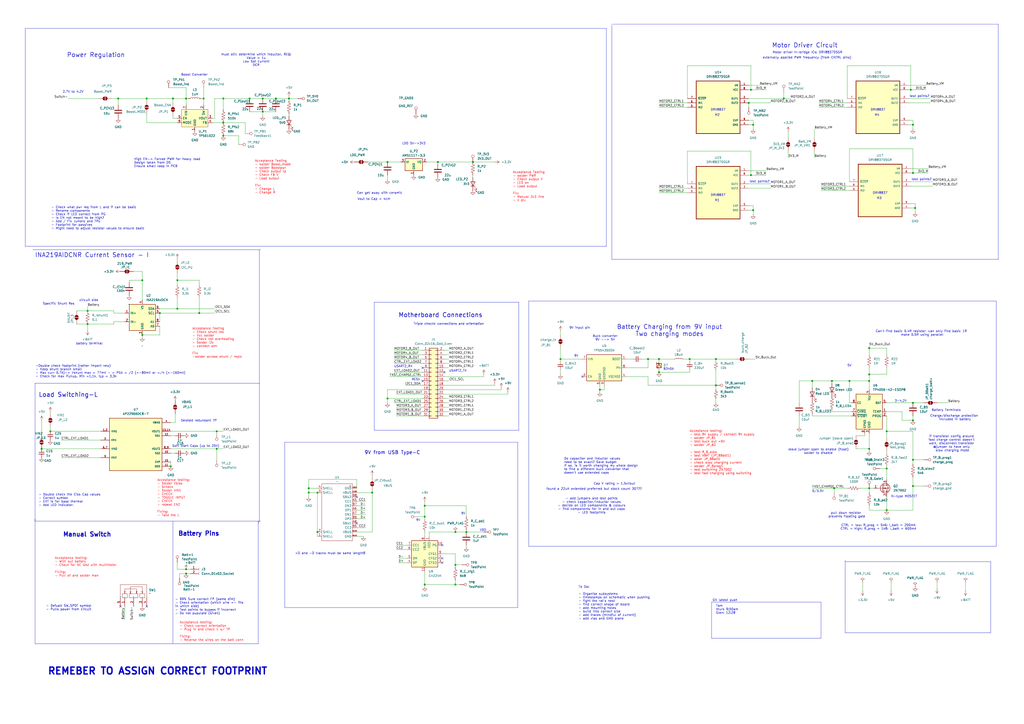
<source format=kicad_sch>
(kicad_sch (version 20250114) (generator "eeschema") (generator_version "9.0")
  (paper "A2")
  (text "found a 22uH extended preferred but stock count 307??" (at 344.678 283.718 0) (effects (font (size 1.27 1.27))))
  (text "3-4.2V" (at 522.478 232.664 0) (effects (font (size 1.27 1.27))))
  (text "M4" (at 508.762 66.802 0) (effects (font (size 1.27 1.27))))
  (text "REMEBER TO ASSIGN CORRECT FOOTPRINT" (at 91.44 389.382 0) (effects (font (size 4 4) (thickness 0.8) (bold yes))))
  (text "test points?" (at 534.67 104.14 0) (effects (font (size 1.27 1.27))))
  (text "if transistor config around \nfast charge control doesn't \nwork, disconnect transistor \n@jumper to have only \nslow charging mode" (at 552.45 257.302 0) (effects (font (size 1.27 1.27))))
  (text "M2" (at 416.052 66.802 0) (effects (font (size 1.27 1.27))))
  (text "Acceptance testing:\n- test 9V supply / connect 9V supply\n- solder JP_B1\n- test buck out =5V\n- solder JP_B2\n\n- test R_B_slow\n- test VBAT (JP_BBatt1)\n- soler JP_BBatt1\n- check slow charging current\n- solder JP_Bprog1\n- test switching 2N7002\n- test fast charging using switching" (at 400.05 262.382 0) (effects (font (size 1.27 1.27)) (justify left)))
  (text "0/3.3V" (at 474.472 284.988 0) (effects (font (size 1.27 1.27))))
  (text "DRV8837" (at 416.56 63.754 0) (effects (font (size 1.27 1.27))))
  (text "Battery Charging from 9V input\nTwo charging modes" (at 388.366 191.77 0) (effects (font (size 2.54 2.54) (thickness 0.254) (bold yes))))
  (text "High EN-> Forced PWM for heavy load\nDesign taken from DS\nEnsure small loop in PCB" (at 77.724 94.488 0) (effects (font (size 1.27 1.27)) (justify left)))
  (text "9V" (at 268.732 297.942 0) (effects (font (size 1.27 1.27))))
  (text "USART2_RX" (at 228.6 213.36 0) (effects (font (size 1.27 1.27)) (justify left bottom)))
  (text "Manual Switch" (at 50.546 310.134 0) (effects (font (size 2.54 2.54) (thickness 0.508) (bold yes))))
  (text "Load Switching-L" (at 39.624 229.108 0) (effects (font (size 2.54 2.54) (thickness 0.3048) (bold yes))))
  (text "5V" (at 492.76 212.09 0) (effects (font (size 1.27 1.27))))
  (text "-Double check footprint (rather import new)\n- Keep shunt branch small\n- Max curr 0.7A)-> Vshunt max = 77mV - > PGA = /2 (+-80mV or =/4 (+-160mV)\n- Check for max Pullup. Min =1.1k, typ = 3.3k" (at 20.574 215.392 0) (effects (font (size 1.27 1.27)) (justify left)))
  (text "M1" (at 416.052 116.332 0) (effects (font (size 1.27 1.27))))
  (text "INA219AIDCNR Current Sensor - I" (at 53.34 148.082 0) (effects (font (size 2.54 2.54) (thickness 0.254) (bold yes))))
  (text "battery terminal" (at 51.816 199.39 0) (effects (font (size 1.27 1.27))))
  (text "Acceptance testing:\n- Check correct orientation\n- Plug in and check V w/ TP\n\nFixing:\n- Reverse the wires on the batt conn" (at 104.14 366.268 0) (effects (font (size 1.27 1.27)) (justify left)))
  (text "Vout to Cap < 4cm" (at 216.916 115.57 0) (effects (font (size 1.27 1.27))))
  (text "Motherboard Connections" (at 255.524 182.88 0) (effects (font (size 2.54 2.54) (thickness 0.3048) (bold yes))))
  (text "N-type MOSFET" (at 524.51 288.036 0) (effects (font (size 1.27 1.27))))
  (text "+D and -D tracks must be same length!!" (at 191.516 321.056 0) (effects (font (size 1.27 1.27))))
  (text "Battery Terminals" (at 548.894 237.998 0) (effects (font (size 1.27 1.27))))
  (text "Power Regulation\n " (at 55.626 34.036 0) (effects (font (size 2.54 2.54) (thickness 0.254) (bold yes))))
  (text "Deleted redundant TP" (at 115.316 244.094 0) (effects (font (size 1.27 1.27))))
  (text "must still determine which inductor. REQ:\nValue = 1u\nLow Sat current\nDCR" (at 148.59 34.798 0) (effects (font (size 1.27 1.27))))
  (text "Battery Pins\n" (at 115.316 309.626 0) (effects (font (size 2.54 2.54) (thickness 0.508) (bold yes))))
  (text "circuit side" (at 51.562 174.244 0) (effects (font (size 1.27 1.27))))
  (text "M3" (at 510.032 115.062 0) (effects (font (size 1.27 1.27))))
  (text "2.7V to 4.2V" (at 42.418 53.34 0) (effects (font (size 1.27 1.27))))
  (text "USART2_TX" (at 260.35 215.9 0) (effects (font (size 1.27 1.27)) (justify left bottom)))
  (text "- add jumpers and test points\n- check capacitor/inductor values\n- decide on LED components & colours\n- find components for in and out caps\n- LED footprints" (at 343.154 293.37 0) (effects (font (size 1.27 1.27))))
  (text "9V from USB Type-C" (at 227.584 262.636 0) (effects (font (size 2 2) (thickness 0.254) (bold yes))))
  (text "9V input pin" (at 336.296 190.246 0) (effects (font (size 1.27 1.27))))
  (text "LDO 5V->3V3\n" (at 240.03 83.312 0) (effects (font (size 1.27 1.27))))
  (text "Can't find basic 0.4R resistor, can only find basic 1R \nmake 0.5R using parallel" (at 534.924 193.294 0) (effects (font (size 1.27 1.27))))
  (text "pull down resistor \nprevents floating gate" (at 491.236 298.704 0) (effects (font (size 1.27 1.27))))
  (text "- Defualt SW_SPDT symbol\n- Pulls power from circuit \n" (at 26.67 352.552 0) (effects (font (size 1.27 1.27) (thickness 0.1588)) (justify left)))
  (text "Acceptance Testing\n- solder PWR\n- Check output V\n- LED on\n- Load output\n\nFix:\n- Manual 3v3 line\n- V div\n" (at 297.434 108.204 0) (effects (font (size 1.27 1.27)) (justify left)))
  (text "B340A" (at 387.858 214.122 0) (effects (font (size 1.27 1.27))))
  (text "test points?" (at 533.4 55.88 0) (effects (font (size 1.27 1.27))))
  (text "RESV" (at 238.76 220.98 0) (effects (font (size 1.27 1.27)) (justify left bottom)))
  (text "Acceptance Testing\n- solder Boost_mode\n- solder Boostpwr\n- Check output tp\n- Check FB V\n- Load output\n\nFix:\n- Change L\n- Change R\n" (at 147.828 102.616 0) (effects (font (size 1.27 1.27)) (justify left)))
  (text "Motor Driver Circuit" (at 466.852 26.416 0) (effects (font (size 2.54 2.54) (thickness 0.254) (bold yes))))
  (text "Acceptance testing:\n- With out battery\n- Check for SC test with multimeter\n\nFixing:\n- Pull of and solder man" (at 31.75 328.93 0) (effects (font (size 1.27 1.27)) (justify left)))
  (text "Triple checkk connections and orientation" (at 260.35 187.96 0) (effects (font (size 1.27 1.27) (thickness 0.1588))))
  (text "DRV8837" (at 510.54 112.014 0) (effects (font (size 1.27 1.27))))
  (text "Charge/discharge protection \nincluded in battery" (at 553.974 242.316 0) (effects (font (size 1.27 1.27))))
  (text "VDD" (at 280.162 307.594 0) (effects (font (size 1.27 1.27))))
  (text "Specific Shunt Res" (at 34.036 176.276 0) (effects (font (size 1.27 1.27))))
  (text "Soft Start Caps (up to 25V)\n" (at 113.538 258.826 0) (effects (font (size 1.27 1.27))))
  (text "Boost Converter" (at 112.776 43.434 0) (effects (font (size 1.27 1.27))))
  (text "DRV8837" (at 509.27 63.754 0) (effects (font (size 1.27 1.27))))
  (text "Git latest push" (at 413.258 348.234 0) (effects (font (size 1.27 1.27)) (justify left)))
  (text "To Do:\n\n- Organise subsystems\n- timestamps on schematic when pushing\n- fight the rat's nest\n- find correct shape of board\n- add mounting holes\n- build into correct size\n- add traces (mindful of current)\n- add vias and GND plane" (at 335.534 349.758 0) (effects (font (size 1.27 1.27)) (justify left)))
  (text "9V" (at 334.264 206.502 0) (effects (font (size 1.27 1.27))))
  (text "- Check what pwr req from L and if can be basic\n- Rename components\n- Check if LED correct from PG\n- Is EN not meant to be high?\n- Add / Fix Jumers and TPs\n- Footprint for passives\n- Might need to adjust resistor values to ensure basic" (at 29.718 126.492 0) (effects (font (size 1.27 1.27)) (justify left)))
  (text "Buck converter\n9V --> 5V" (at 351.028 196.088 0) (effects (font (size 1.27 1.27))))
  (text "Acceptance Testing\n- Check shunt res\n- Vcc solder\n- Check not overheating\n- Solder i2c\n- connect stm\n\nFix:\n-solder across shunt / replc\n" (at 111.506 198.882 0) (effects (font (size 1.27 1.27)) (justify left)))
  (text "Acceptance testing:\n- Solder Vbias\n- Scheck\n- Solder VIN1\n- CHECK\n- TOGGLE INPUT\n- CHECK\n- repeat EN2\n\nFixing:\n- Take the L" (at 91.186 288.798 0) (effects (font (size 1.27 1.27)) (justify left)))
  (text "9V" (at 242.57 301.752 0) (effects (font (size 1.27 1.27))))
  (text "- Double check the Ciss Cap values\n- Correct symbol\n- EXT is for base thermal\n- Add LED indicator." (at 22.352 290.068 0) (effects (font (size 1.27 1.27)) (justify left)))
  (text "Motor driver H-bridge ICs: DRV8837DSGR" (at 468.376 30.48 0) (effects (font (size 1.27 1.27))))
  (text "Tam\nthurs 9:50am\nGlen: 12:28" (at 415.29 353.568 0) (effects (font (size 1.27 1.27)) (justify left)))
  (text "test points?" (at 440.69 105.41 0) (effects (font (size 1.27 1.27))))
  (text "leave jumper open to enable (float)\nsolder to disable" (at 474.726 261.874 0) (effects (font (size 1.27 1.27))))
  (text "CTRL = low: R_prog = 5k6: I_batt = 200mA\nCTRL = high: R_prog = 1k8: I_batt = 600mA" (at 509.524 305.816 0) (effects (font (size 1.27 1.27))))
  (text "Cap V rating > 1.5xVout" (at 356.362 280.67 0) (effects (font (size 1.27 1.27))))
  (text "Can get away with ceramic" (at 220.218 112.014 0) (effects (font (size 1.27 1.27))))
  (text "- 99% Sure correct FP (same dim)\n- Check orientation (which wire +- fits \nin which side)\n- Test points to bypass if incorrect\n- Do not pupulate (Given)\n" (at 101.6 351.79 0) (effects (font (size 1.27 1.27)) (justify left)))
  (text "DRV8837" (at 416.56 113.284 0) (effects (font (size 1.27 1.27))))
  (text "Do capacitor and inductor values \nneed to be exact? Save budget\nIf so, is it worth changing my whole design \nto find a different buck convertor that \ndoesn't use extended caps" (at 327.152 270.256 0) (effects (font (size 1.27 1.27)) (justify left)))
  (text "externally applied PWM frequency (from CNTRL pins)" (at 468.122 33.528 0) (effects (font (size 1.27 1.27))))
  (junction (at 347.98 226.06))
  (junction (at 325.12 208.28))
  (junction (at 270.51 308.61))
  (junction (at 529.59 233.68))
  (junction (at 530.86 120.65))
  (junction (at 435.61 52.07))
  (junction (at 415.29 208.28))
  (junction (at 152.4 57.15))
  (junction (at 434.34 59.69))
  (junction (at 264.16 308.61))
  (junction (at 246.38 339.09))
  (junction (at 215.9 285.75))
  (junction (at 107.95 332.74))
  (junction (at 436.88 72.39))
  (junction (at 415.29 223.52))
  (junction (at 102.87 162.56))
  (junction (at 471.17 220.98))
  (junction (at 529.59 100.33))
  (junction (at 102.87 179.07))
  (junction (at 274.32 93.98))
  (junction (at 24.13 260.35))
  (junction (at 504.19 201.93))
  (junction (at 115.57 181.61))
  (junction (at 375.92 208.28))
  (junction (at 264.16 339.09))
  (junction (at 246.38 299.72))
  (junction (at 514.35 250.19))
  (junction (at 184.15 285.75))
  (junction (at 492.76 220.98))
  (junction (at 129.54 71.12))
  (junction (at 454.66 57.15))
  (junction (at 528.32 52.07))
  (junction (at 68.58 57.15))
  (junction (at 179.07 283.21))
  (junction (at 264.16 327.66))
  (junction (at 125.73 260.35))
  (junction (at 224.79 231.14))
  (junction (at 504.19 220.98))
  (junction (at 129.54 57.15))
  (junction (at 529.59 72.39))
  (junction (at 400.05 208.28))
  (junction (at 50.8 187.96))
  (junction (at 514.35 271.78))
  (junction (at 184.15 308.61))
  (junction (at 529.59 266.7))
  (junction (at 92.71 181.61))
  (junction (at 435.61 101.6))
  (junction (at 152.4 64.77))
  (junction (at 529.59 281.94))
  (junction (at 100.33 57.15))
  (junction (at 514.35 295.91))
  (junction (at 82.55 194.31))
  (junction (at 118.11 57.15))
  (junction (at 144.78 57.15))
  (junction (at 129.54 78.74))
  (junction (at 160.02 57.15))
  (junction (at 224.79 93.98))
  (junction (at 504.19 283.21))
  (junction (at 246.38 293.37))
  (junction (at 504.19 260.35))
  (junction (at 254 93.98))
  (junction (at 436.88 121.92))
  (junction (at 482.6 220.98))
  (junction (at 504.19 217.17))
  (junction (at 483.87 283.21))
  (junction (at 107.95 330.2))
  (junction (at 82.55 162.56))
  (junction (at 50.8 180.34))
  (junction (at 382.27 208.28))
  (junction (at 529.59 243.84))
  (junction (at 167.64 57.15))
  (junction (at 29.21 250.19))
  (junction (at 85.09 57.15))
  (junction (at 125.73 250.19))
  (junction (at 179.07 285.75))
  (junction (at 107.95 57.15))
  (junction (at 99.06 270.51))
  (junction (at 382.27 215.9))
  (no_connect (at 257.81 215.9))
  (no_connect (at 337.82 218.44))
  (no_connect (at 207.01 288.29))
  (no_connect (at 256.54 323.85))
  (no_connect (at 256.54 326.39))
  (no_connect (at 245.11 220.98))
  (no_connect (at 207.01 303.53))
  (no_connect (at 69.85 351.79))
  (no_connect (at 256.54 316.23))
  (no_connect (at 245.11 213.36))
  (no_connect (at 85.09 351.79))
  (wire (pts (xy 66.04 181.61) (xy 66.04 180.34)))
  (wire (pts (xy 510.54 271.78) (xy 514.35 271.78)))
  (wire (pts (xy 274.32 101.6) (xy 274.32 102.87)))
  (wire (pts (xy 179.07 285.75) (xy 184.15 285.75)))
  (wire (pts (xy 527.05 49.53) (xy 537.21 49.53)))
  (wire (pts (xy 436.88 121.92) (xy 436.88 124.46)))
  (wire (pts (xy 100.33 57.15) (xy 107.95 57.15)))
  (wire (pts (xy 99.06 262.89) (xy 101.6 262.89)))
  (wire (pts (xy 363.22 218.44) (xy 375.92 218.44)))
  (wire (pts (xy 514.35 217.17) (xy 504.19 217.17)))
  (wire (pts (xy 492.76 86.36) (xy 529.59 86.36)))
  (wire (pts (xy 290.83 226.06) (xy 290.83 224.79)))
  (wire (pts (xy 471.17 220.98) (xy 471.17 224.79)))
  (wire (pts (xy 226.06 218.44) (xy 245.11 218.44)))
  (wire (pts (xy 29.21 247.65) (xy 29.21 250.19)))
  (polyline (pts (xy 412.75 349.25) (xy 476.25 349.25)))
  (wire (pts (xy 529.59 281.94) (xy 529.59 295.91)))
  (wire (pts (xy 375.92 218.44) (xy 375.92 223.52)))
  (polyline (pts (xy 19.05 144.78) (xy 151.13 144.78)))
  (wire (pts (xy 82.55 194.31) (xy 82.55 195.58)))
  (wire (pts (xy 415.29 231.14) (xy 415.29 233.68)))
  (wire (pts (xy 97.79 50.8) (xy 107.95 50.8)))
  (wire (pts (xy 207.01 283.21) (xy 207.01 278.13)))
  (wire (pts (xy 104.14 332.74) (xy 107.95 332.74)))
  (wire (pts (xy 215.9 276.86) (xy 215.9 275.59)))
  (wire (pts (xy 257.81 238.76) (xy 260.35 238.76)))
  (polyline (pts (xy 151.13 302.26) (xy 20.32 302.26)))
  (wire (pts (xy 500.38 342.9) (xy 500.38 337.82)))
  (wire (pts (xy 514.35 270.51) (xy 514.35 271.78)))
  (wire (pts (xy 160.02 57.15) (xy 167.64 57.15)))
  (wire (pts (xy 242.57 299.72) (xy 246.38 299.72)))
  (wire (pts (xy 529.59 69.85) (xy 529.59 72.39)))
  (wire (pts (xy 124.46 57.15) (xy 129.54 57.15)))
  (wire (pts (xy 66.04 186.69) (xy 66.04 187.96)))
  (wire (pts (xy 415.29 214.63) (xy 415.29 223.52)))
  (wire (pts (xy 72.39 351.79) (xy 72.39 359.41)))
  (wire (pts (xy 375.92 213.36) (xy 375.92 208.28)))
  (wire (pts (xy 398.78 106.68) (xy 398.78 87.63)))
  (wire (pts (xy 152.4 64.77) (xy 152.4 67.31)))
  (wire (pts (xy 29.21 238.76) (xy 29.21 240.03)))
  (wire (pts (xy 523.24 243.84) (xy 529.59 243.84)))
  (polyline (pts (xy 14.605 16.51) (xy 14.605 142.875)))
  (wire (pts (xy 257.81 231.14) (xy 260.35 231.14)))
  (wire (pts (xy 435.61 87.63) (xy 435.61 101.6)))
  (wire (pts (xy 483.87 283.21) (xy 491.49 283.21)))
  (wire (pts (xy 64.77 57.15) (xy 68.58 57.15)))
  (wire (pts (xy 504.19 283.21) (xy 506.73 283.21)))
  (polyline (pts (xy 490.22 325.12) (xy 490.22 367.03)))
  (wire (pts (xy 144.78 64.77) (xy 152.4 64.77)))
  (wire (pts (xy 224.79 226.06) (xy 245.11 226.06)))
  (wire (pts (xy 124.46 68.58) (xy 124.46 57.15)))
  (wire (pts (xy 400.05 214.63) (xy 400.05 215.9)))
  (wire (pts (xy 463.55 220.98) (xy 463.55 233.68)))
  (wire (pts (xy 207.01 285.75) (xy 215.9 285.75)))
  (wire (pts (xy 257.81 220.98) (xy 260.35 220.98)))
  (wire (pts (xy 246.38 339.09) (xy 246.38 331.47)))
  (polyline (pts (xy 577.85 316.865) (xy 577.85 174.625)))
  (wire (pts (xy 257.81 205.74) (xy 260.35 205.74)))
  (wire (pts (xy 229.87 316.23) (xy 236.22 316.23)))
  (wire (pts (xy 471.17 283.21) (xy 483.87 283.21)))
  (wire (pts (xy 85.09 71.12) (xy 102.87 71.12)))
  (wire (pts (xy 457.2 80.01) (xy 457.2 76.2)))
  (wire (pts (xy 514.35 205.74) (xy 514.35 201.93)))
  (wire (pts (xy 228.6 208.28) (xy 245.11 208.28)))
  (polyline (pts (xy 20.32 300.99) (xy 20.32 373.38)))
  (wire (pts (xy 482.6 220.98) (xy 492.76 220.98)))
  (wire (pts (xy 504.19 200.66) (xy 504.19 201.93)))
  (wire (pts (xy 246.38 308.61) (xy 246.38 311.15)))
  (wire (pts (xy 543.56 341.63) (xy 543.56 337.82)))
  (wire (pts (xy 264.16 308.61) (xy 270.51 308.61)))
  (wire (pts (xy 434.34 69.85) (xy 436.88 69.85)))
  (wire (pts (xy 184.15 285.75) (xy 184.15 308.61)))
  (wire (pts (xy 454.66 53.34) (xy 454.66 57.15)))
  (wire (pts (xy 494.03 233.68) (xy 492.76 233.68)))
  (wire (pts (xy 270.51 308.61) (xy 280.67 308.61)))
  (polyline (pts (xy 412.75 370.205) (xy 476.25 370.205)))
  (wire (pts (xy 527.05 57.15) (xy 539.75 57.15)))
  (wire (pts (xy 294.64 228.6) (xy 294.64 227.33)))
  (wire (pts (xy 382.27 109.22) (xy 398.78 109.22)))
  (wire (pts (xy 257.81 218.44) (xy 280.67 218.44)))
  (wire (pts (xy 514.35 233.68) (xy 529.59 233.68)))
  (polyline (pts (xy 306.705 174.625) (xy 577.85 174.625)))
  (wire (pts (xy 92.71 181.61) (xy 92.71 186.69)))
  (wire (pts (xy 246.38 299.72) (xy 246.38 300.99)))
  (wire (pts (xy 85.09 57.15) (xy 100.33 57.15)))
  (wire (pts (xy 528.32 52.07) (xy 537.21 52.07)))
  (wire (pts (xy 375.92 208.28) (xy 382.27 208.28)))
  (wire (pts (xy 514.35 241.3) (xy 514.35 250.19)))
  (wire (pts (xy 115.57 162.56) (xy 115.57 165.1)))
  (wire (pts (xy 39.37 57.15) (xy 57.15 57.15)))
  (wire (pts (xy 228.6 233.68) (xy 245.11 233.68)))
  (wire (pts (xy 492.76 220.98) (xy 504.19 220.98)))
  (wire (pts (xy 207.01 290.83) (xy 212.09 290.83)))
  (wire (pts (xy 102.87 326.39) (xy 102.87 330.2)))
  (wire (pts (xy 44.45 187.96) (xy 50.8 187.96)))
  (wire (pts (xy 400.05 208.28) (xy 400.05 209.55)))
  (wire (pts (xy 129.54 57.15) (xy 129.54 63.5)))
  (wire (pts (xy 514.35 271.78) (xy 514.35 278.13)))
  (polyline (pts (xy 354.965 13.97) (xy 579.12 13.97)))
  (wire (pts (xy 504.19 251.46) (xy 504.19 260.35)))
  (wire (pts (xy 35.56 265.43) (xy 58.42 265.43)))
  (wire (pts (xy 107.95 330.2) (xy 102.87 330.2)))
  (wire (pts (xy 207.01 308.61) (xy 215.9 308.61)))
  (wire (pts (xy 213.36 93.98) (xy 224.79 93.98)))
  (wire (pts (xy 115.57 181.61) (xy 124.46 181.61)))
  (wire (pts (xy 347.98 223.52) (xy 347.98 226.06)))
  (wire (pts (xy 325.12 208.28) (xy 325.12 209.55)))
  (wire (pts (xy 142.24 77.47) (xy 142.24 71.12)))
  (wire (pts (xy 264.16 327.66) (xy 264.16 328.93)))
  (wire (pts (xy 471.17 241.3) (xy 471.17 240.03)))
  (polyline (pts (xy 20.32 222.25) (xy 20.32 302.26)))
  (polyline (pts (xy 490.22 325.755) (xy 574.675 325.755)))
  (polyline (pts (xy 100.33 302.26) (xy 100.33 373.38)))
  (polyline (pts (xy 217.17 175.26) (xy 217.17 249.555)))
  (wire (pts (xy 74.93 163.83) (xy 74.93 162.56)))
  (wire (pts (xy 224.79 101.6) (xy 224.79 104.14)))
  (polyline (pts (xy 14.605 142.875) (xy 351.79 142.875)))
  (wire (pts (xy 99.06 267.97) (xy 99.06 270.51)))
  (wire (pts (xy 375.92 223.52) (xy 415.29 223.52)))
  (wire (pts (xy 254 93.98) (xy 274.32 93.98)))
  (wire (pts (xy 257.81 226.06) (xy 290.83 226.06)))
  (wire (pts (xy 234.95 223.52) (xy 245.11 223.52)))
  (wire (pts (xy 257.81 210.82) (xy 260.35 210.82)))
  (wire (pts (xy 58.42 260.35) (xy 24.13 260.35)))
  (wire (pts (xy 435.61 38.1) (xy 435.61 52.07)))
  (wire (pts (xy 474.98 62.23) (xy 491.49 62.23)))
  (wire (pts (xy 99.06 250.19) (xy 125.73 250.19)))
  (wire (pts (xy 529.59 295.91) (xy 514.35 295.91)))
  (wire (pts (xy 102.87 149.86) (xy 102.87 151.13)))
  (wire (pts (xy 167.64 55.88) (xy 167.64 57.15)))
  (wire (pts (xy 434.34 57.15) (xy 454.66 57.15)))
  (wire (pts (xy 264.16 321.31) (xy 264.16 327.66)))
  (wire (pts (xy 82.55 162.56) (xy 82.55 173.99)))
  (wire (pts (xy 436.88 69.85) (xy 436.88 72.39)))
  (wire (pts (xy 528.32 118.11) (xy 530.86 118.11)))
  (wire (pts (xy 82.55 194.31) (xy 92.71 194.31)))
  (wire (pts (xy 138.43 78.74) (xy 129.54 78.74)))
  (wire (pts (xy 434.34 109.22) (xy 447.04 109.22)))
  (polyline (pts (xy 351.79 142.875) (xy 351.79 16.51)))
  (wire (pts (xy 118.11 50.8) (xy 118.11 57.15)))
  (wire (pts (xy 471.17 241.3) (xy 494.03 241.3)))
  (wire (pts (xy 434.34 59.69) (xy 447.04 59.69)))
  (polyline (pts (xy 150.495 222.25) (xy 150.495 302.895)))
  (wire (pts (xy 529.59 276.86) (xy 529.59 281.94)))
  (wire (pts (xy 350.52 223.52) (xy 350.52 226.06)))
  (wire (pts (xy 102.87 172.72) (xy 102.87 179.07)))
  (wire (pts (xy 110.49 330.2) (xy 107.95 330.2)))
  (wire (pts (xy 529.59 266.7) (xy 529.59 250.19)))
  (wire (pts (xy 325.12 201.93) (xy 325.12 208.28)))
  (wire (pts (xy 264.16 327.66) (xy 267.97 327.66)))
  (wire (pts (xy 528.32 105.41) (xy 541.02 105.41)))
  (wire (pts (xy 529.59 250.19) (xy 514.35 250.19)))
  (wire (pts (xy 256.54 321.31) (xy 264.16 321.31)))
  (wire (pts (xy 482.6 220.98) (xy 482.6 222.25)))
  (wire (pts (xy 207.01 278.13) (xy 179.07 278.13)))
  (wire (pts (xy 434.34 106.68) (xy 447.04 106.68)))
  (wire (pts (xy 400.05 215.9) (xy 382.27 215.9)))
  (wire (pts (xy 246.38 290.83) (xy 246.38 293.37)))
  (wire (pts (xy 215.9 308.61) (xy 215.9 285.75)))
  (wire (pts (xy 491.49 57.15) (xy 491.49 38.1)))
  (polyline (pts (xy 217.17 175.26) (xy 300.99 175.26)))
  (wire (pts (xy 543.56 233.68) (xy 549.91 233.68)))
  (wire (pts (xy 107.95 57.15) (xy 107.95 60.96)))
  (wire (pts (xy 118.11 60.96) (xy 118.11 57.15)))
  (wire (pts (xy 74.93 162.56) (xy 82.55 162.56)))
  (wire (pts (xy 496.57 252.73) (xy 501.65 252.73)))
  (wire (pts (xy 528.32 38.1) (xy 528.32 52.07)))
  (wire (pts (xy 325.12 214.63) (xy 325.12 217.17)))
  (wire (pts (xy 184.15 283.21) (xy 179.07 283.21)))
  (wire (pts (xy 504.19 295.91) (xy 514.35 295.91)))
  (wire (pts (xy 129.54 57.15) (xy 144.78 57.15)))
  (wire (pts (xy 527.05 69.85) (xy 529.59 69.85)))
  (wire (pts (xy 501.65 252.73) (xy 501.65 251.46)))
  (wire (pts (xy 434.34 99.06) (xy 444.5 99.06)))
  (wire (pts (xy 231.14 323.85) (xy 236.22 323.85)))
  (wire (pts (xy 529.59 86.36) (xy 529.59 100.33)))
  (polyline (pts (xy 574.675 367.03) (xy 490.22 367.03)))
  (wire (pts (xy 514.35 238.76) (xy 523.24 238.76)))
  (wire (pts (xy 228.6 215.9) (xy 245.11 215.9)))
  (wire (pts (xy 44.45 180.34) (xy 50.8 180.34)))
  (wire (pts (xy 248.92 308.61) (xy 264.16 308.61)))
  (wire (pts (xy 257.81 203.2) (xy 260.35 203.2)))
  (wire (pts (xy 504.19 201.93) (xy 504.19 205.74)))
  (wire (pts (xy 529.59 233.68) (xy 535.94 233.68)))
  (wire (pts (xy 382.27 208.28) (xy 382.27 209.55)))
  (wire (pts (xy 229.87 241.3) (xy 245.11 241.3)))
  (wire (pts (xy 77.47 157.48) (xy 82.55 157.48)))
  (wire (pts (xy 115.57 172.72) (xy 115.57 181.61)))
  (wire (pts (xy 248.92 311.15) (xy 248.92 308.61)))
  (wire (pts (xy 527.05 52.07) (xy 528.32 52.07)))
  (wire (pts (xy 107.95 57.15) (xy 107.95 50.8)))
  (wire (pts (xy 504.19 226.06) (xy 504.19 220.98)))
  (polyline (pts (xy 149.86 302.26) (xy 149.86 373.38)))
  (wire (pts (xy 179.07 283.21) (xy 179.07 285.75)))
  (wire (pts (xy 50.8 187.96) (xy 66.04 187.96)))
  (wire (pts (xy 167.64 57.15) (xy 172.72 57.15)))
  (wire (pts (xy 102.87 68.58) (xy 100.33 68.58)))
  (polyline (pts (xy 574.675 325.755) (xy 574.675 367.03)))
  (wire (pts (xy 434.34 119.38) (xy 436.88 119.38)))
  (wire (pts (xy 229.87 228.6) (xy 245.11 228.6)))
  (wire (pts (xy 514.35 213.36) (xy 514.35 217.17)))
  (wire (pts (xy 102.87 162.56) (xy 115.57 162.56)))
  (wire (pts (xy 528.32 97.79) (xy 538.48 97.79)))
  (wire (pts (xy 472.44 74.93) (xy 472.44 80.01)))
  (polyline (pts (xy 150.495 144.78) (xy 150.495 222.25)))
  (wire (pts (xy 125.73 250.19) (xy 129.54 250.19)))
  (wire (pts (xy 125.73 260.35) (xy 125.73 266.7)))
  (wire (pts (xy 474.98 59.69) (xy 491.49 59.69)))
  (wire (pts (xy 270.51 307.34) (xy 270.51 308.61)))
  (wire (pts (xy 101.6 240.03) (xy 101.6 245.11)))
  (wire (pts (xy 144.78 57.15) (xy 152.4 57.15)))
  (wire (pts (xy 528.32 120.65) (xy 530.86 120.65)))
  (wire (pts (xy 50.8 180.34) (xy 66.04 180.34)))
  (wire (pts (xy 257.81 213.36) (xy 260.35 213.36)))
  (wire (pts (xy 215.9 285.75) (xy 215.9 284.48)))
  (polyline (pts (xy 412.75 349.25) (xy 412.75 370.205)))
  (wire (pts (xy 454.66 57.15) (xy 458.47 57.15)))
  (wire (pts (xy 107.95 57.15) (xy 109.22 57.15)))
  (wire (pts (xy 523.24 238.76) (xy 523.24 243.84)))
  (polyline (pts (xy 165.1 256.54) (xy 300.355 256.54)))
  (wire (pts (xy 229.87 236.22) (xy 245.11 236.22)))
  (wire (pts (xy 529.59 281.94) (xy 535.94 281.94)))
  (wire (pts (xy 382.27 111.76) (xy 398.78 111.76)))
  (wire (pts (xy 184.15 308.61) (xy 184.15 311.15)))
  (wire (pts (xy 99.06 260.35) (xy 125.73 260.35)))
  (wire (pts (xy 514.35 250.19) (xy 514.35 254)))
  (wire (pts (xy 415.29 226.06) (xy 415.29 223.52)))
  (wire (pts (xy 528.32 100.33) (xy 529.59 100.33)))
  (wire (pts (xy 476.25 107.95) (xy 492.76 107.95)))
  (wire (pts (xy 457.2 91.44) (xy 457.2 87.63)))
  (wire (pts (xy 72.39 186.69) (xy 66.04 186.69)))
  (wire (pts (xy 504.19 213.36) (xy 504.19 217.17)))
  (wire (pts (xy 138.43 83.82) (xy 138.43 78.74)))
  (wire (pts (xy 504.19 293.37) (xy 504.19 295.91)))
  (wire (pts (xy 514.35 261.62) (xy 514.35 262.89)))
  (wire (pts (xy 100.33 57.15) (xy 100.33 59.69)))
  (wire (pts (xy 529.59 100.33) (xy 538.48 100.33)))
  (wire (pts (xy 434.34 72.39) (xy 436.88 72.39)))
  (wire (pts (xy 492.76 105.41) (xy 492.76 86.36)))
  (wire (pts (xy 207.01 295.91) (xy 212.09 295.91)))
  (wire (pts (xy 363.22 208.28) (xy 367.03 208.28)))
  (wire (pts (xy 560.07 337.82) (xy 560.07 342.9)))
  (wire (pts (xy 435.61 52.07) (xy 444.5 52.07)))
  (wire (pts (xy 529.59 241.3) (xy 529.59 243.84)))
  (polyline (pts (xy 476.25 370.205) (xy 476.25 349.25)))
  (wire (pts (xy 246.38 293.37) (xy 246.38 299.72)))
  (wire (pts (xy 99.06 245.11) (xy 101.6 245.11)))
  (wire (pts (xy 516.89 342.9) (xy 516.89 337.82)))
  (wire (pts (xy 347.98 226.06) (xy 347.98 227.33)))
  (wire (pts (xy 125.73 260.35) (xy 129.54 260.35)))
  (polyline (pts (xy 149.86 302.26) (xy 149.86 303.53)))
  (wire (pts (xy 104.14 332.74) (xy 104.14 335.28)))
  (wire (pts (xy 231.14 326.39) (xy 236.22 326.39)))
  (wire (pts (xy 350.52 226.06) (xy 347.98 226.06)))
  (polyline (pts (xy 300.99 249.555) (xy 300.99 175.26)))
  (wire (pts (xy 264.16 339.09) (xy 266.7 339.09)))
  (wire (pts (xy 228.6 203.2) (xy 245.11 203.2)))
  (wire (pts (xy 179.07 285.75) (xy 179.07 288.29)))
  (wire (pts (xy 123.19 71.12) (xy 129.54 71.12)))
  (wire (pts (xy 372.11 208.28) (xy 375.92 208.28)))
  (wire (pts (xy 527.05 72.39) (xy 529.59 72.39)))
  (wire (pts (xy 400.05 208.28) (xy 415.29 208.28)))
  (wire (pts (xy 264.16 339.09) (xy 246.38 339.09)))
  (wire (pts (xy 257.81 241.3) (xy 260.35 241.3)))
  (wire (pts (xy 471.17 220.98) (xy 482.6 220.98)))
  (polyline (pts (xy 150.495 222.25) (xy 104.14 222.25)))
  (wire (pts (xy 396.24 208.28) (xy 400.05 208.28)))
  (wire (pts (xy 530.86 120.65) (xy 530.86 123.19)))
  (wire (pts (xy 224.79 231.14) (xy 245.11 231.14)))
  (wire (pts (xy 257.81 236.22) (xy 260.35 236.22)))
  (wire (pts (xy 382.27 214.63) (xy 382.27 215.9)))
  (wire (pts (xy 102.87 162.56) (xy 102.87 165.1)))
  (wire (pts (xy 29.21 250.19) (xy 58.42 250.19)))
  (wire (pts (xy 274.32 93.98) (xy 287.02 93.98)))
  (wire (pts (xy 152.4 57.15) (xy 160.02 57.15)))
  (wire (pts (xy 434.34 49.53) (xy 440.69 49.53)))
  (wire (pts (xy 207.01 306.07) (xy 212.09 306.07)))
  (wire (pts (xy 247.65 93.98) (xy 254 93.98)))
  (wire (pts (xy 270.51 316.23) (xy 270.51 317.5)))
  (wire (pts (xy 167.64 58.42) (xy 167.64 57.15)))
  (wire (pts (xy 254 93.98) (xy 254 95.25)))
  (wire (pts (xy 167.64 66.04) (xy 167.64 67.31)))
  (wire (pts (xy 325.12 208.28) (xy 337.82 208.28)))
  (wire (pts (xy 257.81 228.6) (xy 294.64 228.6)))
  (wire (pts (xy 280.67 218.44) (xy 280.67 217.17)))
  (wire (pts (xy 463.55 241.3) (xy 463.55 247.65)))
  (wire (pts (xy 527.05 59.69) (xy 539.75 59.69)))
  (wire (pts (xy 229.87 238.76) (xy 245.11 238.76)))
  (wire (pts (xy 415.29 208.28) (xy 415.29 209.55)))
  (wire (pts (xy 68.58 57.15) (xy 68.58 60.96)))
  (wire (pts (xy 24.13 243.84) (xy 24.13 252.73)))
  (wire (pts (xy 72.39 181.61) (xy 66.04 181.61)))
  (wire (pts (xy 287.02 223.52) (xy 287.02 222.25)))
  (wire (pts (xy 492.76 220.98) (xy 492.76 233.68)))
  (wire (pts (xy 504.19 201.93) (xy 514.35 201.93)))
  (wire (pts (xy 499.11 283.21) (xy 504.19 283.21)))
  (wire (pts (xy 102.87 179.07) (xy 124.46 179.07)))
  (polyline (pts (xy 20.32 222.25) (xy 104.14 222.25)))
  (wire (pts (xy 125.73 250.19) (xy 125.73 251.46)))
  (polyline (pts (xy 217.17 249.555) (xy 300.99 249.555)))
  (wire (pts (xy 92.71 189.23) (xy 92.71 194.31)))
  (wire (pts (xy 436.88 72.39) (xy 436.88 74.93)))
  (wire (pts (xy 257.81 233.68) (xy 260.35 233.68)))
  (wire (pts (xy 482.6 238.76) (xy 482.6 237.49)))
  (wire (pts (xy 246.38 340.36) (xy 246.38 339.09)))
  (wire (pts (xy 436.88 119.38) (xy 436.88 121.92)))
  (wire (pts (xy 107.95 332.74) (xy 110.49 332.74)))
  (wire (pts (xy 207.01 298.45) (xy 212.09 298.45)))
  (wire (pts (xy 504.19 217.17) (xy 504.19 220.98)))
  (wire (pts (xy 434.34 208.28) (xy 438.15 208.28)))
  (wire (pts (xy 398.78 57.15) (xy 398.78 38.1)))
  (wire (pts (xy 228.6 210.82) (xy 245.11 210.82)))
  (wire (pts (xy 514.35 288.29) (xy 514.35 295.91)))
  (wire (pts (xy 50.8 177.8) (xy 50.8 180.34)))
  (wire (pts (xy 257.81 208.28) (xy 260.35 208.28)))
  (wire (pts (xy 85.09 66.04) (xy 85.09 71.12)))
  (wire (pts (xy 382.27 208.28) (xy 391.16 208.28)))
  (wire (pts (xy 257.81 223.52) (xy 287.02 223.52)))
  (wire (pts (xy 35.56 255.27) (xy 58.42 255.27)))
  (wire (pts (xy 434.34 59.69) (xy 434.34 62.23)))
  (wire (pts (xy 472.44 87.63) (xy 472.44 91.44)))
  (wire (pts (xy 82.55 157.48) (xy 82.55 162.56)))
  (wire (pts (xy 123.19 68.58) (xy 124.46 68.58)))
  (wire (pts (xy 496.57 260.35) (xy 504.19 260.35)))
  (wire (pts (xy 246.38 293.37) (xy 270.51 293.37)))
  (wire (pts (xy 529.59 269.24) (xy 529.59 266.7)))
  (wire (pts (xy 491.49 38.1) (xy 528.32 38.1)))
  (polyline (pts (xy 165.1 256.54) (xy 165.1 352.425)))
  (wire (pts (xy 99.06 252.73) (xy 101.6 252.73)))
  (polyline (pts (xy 300.355 352.425) (xy 300.355 256.54)))
  (polyline (pts (xy 149.86 373.38) (xy 20.32 373.38)))
  (wire (pts (xy 434.34 121.92) (xy 436.88 121.92)))
  (polyline (pts (xy 14.605 16.51) (xy 351.79 16.51)))
  (wire (pts (xy 434.34 101.6) (xy 435.61 101.6)))
  (wire (pts (xy 92.71 179.07) (xy 102.87 179.07)))
  (wire (pts (xy 382.27 59.69) (xy 398.78 59.69)))
  (wire (pts (xy 207.01 300.99) (xy 212.09 300.99)))
  (wire (pts (xy 494.03 238.76) (xy 482.6 238.76)))
  (wire (pts (xy 68.58 57.15) (xy 85.09 57.15)))
  (wire (pts (xy 363.22 213.36) (xy 375.92 213.36)))
  (wire (pts (xy 434.34 52.07) (xy 435.61 52.07)))
  (wire (pts (xy 264.16 336.55) (xy 264.16 339.09)))
  (wire (pts (xy 116.84 57.15) (xy 118.11 57.15)))
  (wire (pts (xy 504.19 261.62) (xy 504.19 260.35)))
  (wire (pts (xy 229.87 318.77) (xy 236.22 318.77)))
  (wire (pts (xy 85.09 57.15) (xy 85.09 58.42)))
  (wire (pts (xy 476.25 110.49) (xy 492.76 110.49)))
  (wire (pts (xy 529.59 266.7) (xy 535.94 266.7)))
  (wire (pts (xy 179.07 278.13) (xy 179.07 283.21)))
  (wire (pts (xy 530.86 118.11) (xy 530.86 120.65)))
  (wire (pts (xy 504.19 283.21) (xy 504.19 285.75)))
  (polyline (pts (xy 354.965 150.495) (xy 579.12 150.495)))
  (wire (pts (xy 398.78 87.63) (xy 435.61 87.63)))
  (wire (pts (xy 142.24 71.12) (xy 129.54 71.12)))
  (wire (pts (xy 50.8 187.96) (xy 50.8 191.77)))
  (polyline (pts (xy 306.705 316.865) (xy 577.85 316.865)))
  (wire (pts (xy 100.33 67.31) (xy 100.33 68.58)))
  (wire (pts (xy 152.4 64.77) (xy 160.02 64.77)))
  (wire (pts (xy 529.59 72.39) (xy 529.59 74.93)))
  (wire (pts (xy 207.01 293.37) (xy 212.09 293.37)))
  (wire (pts (xy 415.29 208.28) (xy 426.72 208.28)))
  (wire (pts (xy 224.79 231.14) (xy 224.79 226.06)))
  (wire (pts (xy 228.6 205.74) (xy 245.11 205.74)))
  (wire (pts (xy 382.27 62.23) (xy 398.78 62.23)))
  (wire (pts (xy 483.87 283.21) (xy 483.87 285.75)))
  (wire (pts (xy 325.12 191.77) (xy 325.12 194.31)))
  (wire (pts (xy 224.79 93.98) (xy 232.41 93.98)))
  (polyline (pts (xy 165.1 352.425) (xy 300.355 352.425)))
  (polyline (pts (xy 354.965 14.605) (xy 354.965 150.495)))
  (wire (pts (xy 270.51 293.37) (xy 270.51 299.72)))
  (wire (pts (xy 435.61 101.6) (xy 444.5 101.6)))
  (wire (pts (xy 528.32 107.95) (xy 541.02 107.95)))
  (wire (pts (xy 102.87 158.75) (xy 102.87 162.56)))
  (wire (pts (xy 224.79 233.68) (xy 224.79 231.14)))
  (wire (pts (xy 207.01 311.15) (xy 210.82 311.15)))
  (wire (pts (xy 92.71 181.61) (xy 115.57 181.61)))
  (polyline (pts (xy 579.12 150.495) (xy 579.12 13.97)))
  (wire (pts (xy 398.78 38.1) (xy 435.61 38.1)))
  (polyline (pts (xy 306.705 174.625) (xy 306.705 316.865)))
  (wire (pts (xy 463.55 220.98) (xy 471.17 220.98)))
  (label "FAST_CHARGE_CTRL" (at 226.06 218.44 0))
  (label "Battery_VM" (at 538.48 97.79 0))
  (label "Switch-" (at 39.37 57.15 180))
  (label "MOTOR1_A_OUT" (at 260.35 241.3 0))
  (label "Battery" (at 72.39 359.41 90))
  (label "CC1" (at 212.09 290.83 180))
  (label "MOTOR1_B_OUT" (at 447.04 109.22 0))
  (label "D-" (at 212.09 298.45 180))
  (label "3V3_M" (at 444.5 101.6 180))
  (label "Battery" (at 549.91 233.68 0))
  (label "MOTOR2_CTRL2" (at 382.27 62.23 0))
  (label "MOTOR1_B_OUT" (at 229.87 241.3 0))
  (label "Battery" (at 472.44 91.44 0))
  (label "MOTOR2_CTRL1" (at 260.35 205.74 0))
  (label "I2C1_SDA" (at 124.46 179.07 0))
  (label "MOTOR4_A_OUT" (at 228.6 205.74 0))
  (label "MOTOR3_A_OUT" (at 541.02 105.41 0))
  (label "MOTOR4_A_OUT" (at 539.75 57.15 0))
  (label "CTRL_EXT_LOAD1" (at 35.56 255.27 0))
  (label "5V_Buck_Out" (at 504.19 200.66 0))
  (label "MOTOR3_CTRL2" (at 476.25 110.49 0))
  (label "Battery_VM" (at 444.5 99.06 0))
  (label "CTRL_EXT_LOAD2" (at 228.6 210.82 0))
  (label "MOTOR3_CTRL1" (at 476.25 107.95 0))
  (label "Switch-" (at 77.47 351.79 270))
  (label "3V3_M" (at 457.2 91.44 0))
  (label "MOTOR3_B_OUT" (at 541.02 107.95 0))
  (label "MOTOR1_CTRL2" (at 382.27 111.76 0))
  (label "CC2" (at 229.87 318.77 0))
  (label "D+" (at 231.14 326.39 0))
  (label "MOTOR3_A_OUT" (at 229.87 236.22 0))
  (label "I2C1_SDA" (at 234.95 223.52 0))
  (label "Battery_VM" (at 537.21 49.53 0))
  (label "MOTOR4_CTRL1" (at 474.98 59.69 0))
  (label "EXT_LOAD1_OUT" (at 129.54 250.19 0))
  (label "MOTOR4_CTRL2" (at 474.98 62.23 0))
  (label "CTRL_EXT_LOAD1" (at 228.6 233.68 0))
  (label "MOTOR3_CTRL2" (at 260.35 233.68 0))
  (label "EXT_LOAD2_OUT" (at 228.6 215.9 0))
  (label "MOTOR2_CTRL1" (at 382.27 59.69 0))
  (label "MOTOR4_B_OUT" (at 228.6 208.28 0))
  (label "D+" (at 212.09 295.91 180))
  (label "EXT_LOAD1_OUT" (at 229.87 228.6 0))
  (label "Battery" (at 50.8 177.8 0))
  (label "D+" (at 212.09 300.99 180))
  (label "CTRL_EXT_LOAD2" (at 35.56 265.43 0))
  (label "MOTOR3_B_OUT" (at 229.87 238.76 0))
  (label "Battery_VM" (at 440.69 49.53 0))
  (label "I2C1_SCL" (at 260.35 220.98 0))
  (label "MOTOR2_A_OUT" (at 260.35 203.2 0))
  (label "CC1" (at 229.87 316.23 0))
  (label "MOTOR1_CTRL2" (at 260.35 238.76 0))
  (label "I2C1_SCL" (at 124.46 181.61 0))
  (label "D-" (at 212.09 293.37 180))
  (label "MOTOR1_CTRL1" (at 260.35 236.22 0))
  (label "D-" (at 231.14 323.85 0))
  (label "MOTOR2_A_OUT" (at 458.47 57.15 0))
  (label "3V3_M" (at 444.5 52.07 180))
  (label "MOTOR4_B_OUT" (at 539.75 59.69 0))
  (label "3V3_M" (at 537.21 52.07 180))
  (label "EXT_LOAD2_OUT" (at 129.54 260.35 0))
  (label "MOTOR3_CTRL1" (at 260.35 231.14 0))
  (label "MOTOR2_B_OUT" (at 447.04 59.69 0))
  (label "MOTOR4_CTRL1" (at 260.35 210.82 0))
  (label "Battery_VM" (at 472.44 74.93 0))
  (label "MOTOR2_B_OUT" (at 228.6 203.2 0))
  (label "MOTOR4_CTRL2" (at 260.35 213.36 0))
  (label "MOTOR1_CTRL1" (at 382.27 109.22 0))
  (label "MOTOR1_A_OUT" (at 447.04 106.68 0))
  (label "5V_Buck_Out" (at 438.15 208.28 0))
  (label "CC2" (at 212.09 306.07 180))
  (label "3V3_M" (at 538.48 100.33 180))
  (label "FAST_CHARGE_CTRL" (at 471.17 283.21 0))
  (label "MOTOR2_CTRL2" (at 260.35 208.28 0))
  (symbol (lib_id "power:GND") (at 530.86 123.19 0) (unit 1)
    (property "Reference" "#PWR065" (effects (hide yes)))
    (property "Value" "GND" (at 530.86 128.27 0))
    (property "Description" "Power symbol creates a global label with name \"GND\" , ground" (effects (hide yes)))
  )
  (symbol (lib_id "Device:LED") (at 471.17 228.6 90) (unit 1)
    (property "Reference" "D4" (at 472.948 225.806 90) (effects (justify right)))
    (property "Value" "Red LED" (at 472.948 228.346 90) (effects (justify right)))
    (property "Footprint" "LED_SMD:LED_0603_1608Metric_Pad1.05x0.95mm_HandSolder" (effects (hide yes)))
    (property "Description" "Light emitting diode:" (effects (hide yes)))
    (property "Sim.Pins" "1=K 2=A" (effects (hide yes)))
    (property "JLCPCB Part #" " C2286" (effects (hide yes)))
  )
  (symbol (lib_id "power:GND") (at 382.27 215.9 0) (unit 1)
    (property "Reference" "#PWR059" (effects (hide yes)))
    (property "Value" "GND" (at 382.27 220.98 0))
    (property "Description" "Power symbol creates a global label with name \"GND\" , ground" (effects (hide yes)))
  )
  (symbol (lib_id "Device:C") (at 144.78 60.96 180) (unit 1)
    (property "Reference" "C_P(out)1" (at 135.636 58.674 0) (effects (justify right)))
    (property "Value" "22u" (at 140.462 63.246 0) (effects (justify right)))
    (property "Footprint" "Capacitor_SMD:C_0603_1608Metric_Pad1.08x0.95mm_HandSolder" (effects (hide yes)))
    (property "Description" "Unpolarized capacitor" (effects (hide yes)))
  )
  (symbol (lib_id "Device:C") (at 254 99.06 180) (unit 1)
    (property "Reference" "C_P(in)2" (at 256.032 95.758 0) (effects (justify right)))
    (property "Value" "22u" (at 257.81 101.6 0) (effects (justify right)))
    (property "Footprint" "Capacitor_SMD:C_0603_1608Metric_Pad1.08x0.95mm_HandSolder" (effects (hide yes)))
    (property "Description" "Unpolarized capacitor" (effects (hide yes)))
  )
  (symbol (lib_id "Device:R_US") (at 504.19 209.55 0) (unit 1)
    (property "Reference" "R21" (at 506.73 208.2799 0) (effects (justify left)))
    (property "Value" "1R" (at 506.73 210.8199 0) (effects (justify left)))
    (property "Footprint" "Resistor_SMD:R_0603_1608Metric_Pad0.98x0.95mm_HandSolder" (effects (hide yes)))
    (property "Description" "Resistor, US symbol" (effects (hide yes)))
  )
  (symbol (lib_id "Device:R_US") (at 495.3 283.21 90) (unit 1)
    (property "Reference" "R_B_b2" (at 495.3 276.86 90))
    (property "Value" "100R" (at 495.3 279.4 90))
    (property "Footprint" "Resistor_SMD:R_0603_1608Metric_Pad0.98x0.95mm_HandSolder" (effects (hide yes)))
    (property "Description" "Resistor, US symbol" (effects (hide yes)))
  )
  (symbol (lib_id "Connector:TestPoint") (at 280.67 308.61 270) (unit 1)
    (property "Reference" "TP7" (at 285.75 307.3399 90) (effects (justify left)))
    (property "Value" "TestPoint" (at 285.75 309.8799 90) (effects (justify left)))
    (property "Footprint" "TestPoint:TestPoint_Pad_D2.0mm" (effects (hide yes)))
    (property "Description" "test point" (effects (hide yes)))
  )
  (symbol (lib_id "Connector:TestPoint") (at 142.24 77.47 270) (unit 1)
    (property "Reference" "TP_PB1" (at 147.32 76.1999 90) (effects (justify left)))
    (property "Value" "Feedback1" (at 147.32 78.7399 90) (effects (justify left)))
    (property "Footprint" "TestPoint:TestPoint_Pad_D2.0mm" (effects (hide yes)))
    (property "Description" "test point" (effects (hide yes)))
  )
  (symbol (lib_id "power:+5V") (at 24.13 243.84 0) (unit 1)
    (property "Reference" "#PWR046" (effects (hide yes)))
    (property "Value" "+5V" (at 24.13 238.76 0))
    (property "Description" "Power symbol creates a global label with name \"+5V\"" (effects (hide yes)))
  )
  (symbol (lib_id "Jumper:SolderJumper_2_Open") (at 496.57 256.54 90) (unit 1) (in_bom no)
    (property "Reference" "JP_B_ena1" (at 485.14 257.048 90) (effects (justify right)))
    (property "Value" "Jumper (leave open)" (at 474.98 254.254 90) (effects (justify right)))
    (property "Footprint" "Jumper:SolderJumper-2_P1.3mm_Open_RoundedPad1.0x1.5mm" (effects (hide yes)))
    (property "Description" "Solder Jumper, 2-pole, open" (effects (hide yes)))
  )
  (symbol (lib_id "Connector:TestPoint") (at 97.79 50.8 0) (unit 1)
    (property "Reference" "TP_PA1" (at 100.33 46.2279 0) (effects (justify left)))
    (property "Value" "Boost_ind" (at 100.33 48.7679 0) (effects (justify left)))
    (property "Footprint" "TestPoint:TestPoint_Pad_D2.0mm" (effects (hide yes)))
    (property "Description" "test point" (effects (hide yes)))
  )
  (symbol (lib_id "power:+BATT") (at 560.07 342.9 180) (unit 1)
    (property "Reference" "#PWR06" (effects (hide yes)))
    (property "Value" "+BATT" (at 560.07 347.98 0))
    (property "Description" "Power symbol creates a global label with name \"+BATT\"" (effects (hide yes)))
  )
  (symbol (lib_id "Connector:TestPoint") (at 415.29 223.52 270) (unit 1)
    (property "Reference" "TP_B_sense1" (at 420.37 222.2499 90) (effects (justify left)))
    (property "Value" "TestPoint" (at 420.37 224.7899 90) (effects (justify left)))
    (property "Footprint" "TestPoint:TestPoint_Pad_D2.0mm" (effects (hide yes)))
    (property "Description" "test point" (effects (hide yes)))
  )
  (symbol (lib_id "power:GND") (at 68.58 68.58 0) (unit 1)
    (property "Reference" "#PWR032" (effects (hide yes)))
    (property "Value" "GND" (at 68.58 73.66 0))
    (property "Description" "Power symbol creates a global label with name \"GND\" , ground" (effects (hide yes)))
  )
  (symbol (lib_id "Battery_Management:TP4056-42-ESOP8") (at 504.19 238.76 0) (unit 1)
    (property "Reference" "U6" (at 506.3333 223.52 0) (effects (justify left)))
    (property "Value" "TP4056-42-ESOP8" (at 506.3333 226.06 0) (effects (justify left)))
    (property "Footprint" "custom_footprints:SOIC127P600X175-9N" (effects (hide yes)))
    (property "Datasheet" "https://jlcpcb.com/api/file/downloadByFileSystemAccessId/8588879072461508608" (effects (hide yes)))
    (property "Description" "1A Standalone Linear Li-ion/LiPo single-cell battery charger, 4.2V ±1% charge voltage, VCC = 4.0..8.0V, SOIC-8 (SOP-8)" (effects (hide yes)))
  )
  (symbol (lib_id "Connector:TestPoint") (at 102.87 326.39 0) (unit 1)
    (property "Reference" "Batt+1" (at 105.41 321.8179 0) (effects (justify left)))
    (property "Value" "TestPoint" (at 105.41 324.3579 0) (effects (justify left)))
    (property "Footprint" "TestPoint:TestPoint_Pad_D2.0mm" (effects (hide yes)))
    (property "Description" "test point" (effects (hide yes)))
  )
  (symbol (lib_id "power:PWR_FLAG") (at 543.56 337.82 0) (unit 1)
    (property "Reference" "#FLG04" (effects (hide yes)))
    (property "Value" "PWR_FLAG" (at 543.56 332.74 0))
    (property "Description" "Special symbol for telling ERC where power comes from" (effects (hide yes)))
  )
  (symbol (lib_id "Device:C") (at 160.02 60.96 180) (unit 1)
    (property "Reference" "C_P(out)3" (at 155.956 58.674 0) (effects (justify right)))
    (property "Value" "22u" (at 155.956 63.246 0) (effects (justify right)))
    (property "Footprint" "Capacitor_SMD:C_0603_1608Metric_Pad1.08x0.95mm_HandSolder" (effects (hide yes)))
    (property "Description" "Unpolarized capacitor" (effects (hide yes)))
  )
  (symbol (lib_id "Device:R_US") (at 102.87 168.91 0) (unit 1)
    (property "Reference" "R_I1" (at 105.41 167.6399 0) (effects (justify left)))
    (property "Value" "3.3k" (at 105.41 170.1799 0) (effects (justify left)))
    (property "Footprint" "Resistor_SMD:R_0603_1608Metric_Pad0.98x0.95mm_HandSolder" (effects (hide yes)))
    (property "Description" "Resistor, US symbol" (effects (hide yes)))
  )
  (symbol (lib_id "Custom_symbols:DRV8837DSGR") (at 509.27 62.23 0) (unit 1)
    (property "Reference" "U16" (at 509.27 41.91 0))
    (property "Value" "DRV8837DSGR" (at 509.27 44.45 0))
    (property "Footprint" "custom_footprints:SON50P200X200X80-9N" (effects (hide yes)))
    (property "DigiKey_Part_Number" "296-34806-2-ND" (effects (hide yes)))
    (property "SnapEDA_Link" "https://www.snapeda.com/parts/DRV8837DSGR/Texas+Instruments/view-part/?ref=snap" (effects (hide yes)))
    (property "Description_1" "12-V, 1.8-A H-bridge motor driver" (effects (hide yes)))
    (property "MF" "Texas Instruments" (effects (hide yes)))
    (property "Package" "WSON-8 Texas Instruments" (effects (hide yes)))
    (property "Check_prices" "https://www.snapeda.com/parts/DRV8837DSGR/Texas+Instruments/view-part/?ref=eda" (effects (hide yes)))
    (property "MP" "DRV8837DSGR" (effects (hide yes)))
  )
  (symbol (lib_id "Device:C_Small") (at 104.14 262.89 270) (unit 1)
    (property "Reference" "C17" (at 102.616 267.208 90) (effects (justify left)))
    (property "Value" "1n" (at 102.87 265.43 90) (effects (justify left)))
    (property "Footprint" "Capacitor_SMD:C_0603_1608Metric_Pad1.08x0.95mm_HandSolder" (effects (hide yes)))
    (property "Description" "Unpolarized capacitor, small symbol" (effects (hide yes)))
    (property "JLCPCB" "https://jlcpcb.com/partdetail/1940-CL10B102KB8NNNC/C1588" (effects (hide yes)))
  )
  (symbol (lib_id "power:GND") (at 325.12 217.17 0) (unit 1)
    (property "Reference" "#PWR047" (effects (hide yes)))
    (property "Value" "GND" (at 325.12 222.25 0))
    (property "Description" "Power symbol creates a global label with name \"GND\" , ground" (effects (hide yes)))
  )
  (symbol (lib_id "Jumper:SolderJumper_2_Open") (at 472.44 83.82 90) (unit 1) (in_bom no)
    (property "Reference" "JP_M_VM1" (at 460.502 84.328 90) (effects (justify right)))
    (property "Value" "Batt_VM" (at 463.042 82.042 90) (effects (justify right)))
    (property "Footprint" "Jumper:SolderJumper-2_P1.3mm_Open_RoundedPad1.0x1.5mm" (effects (hide yes)))
    (property "Description" "Solder Jumper, 2-pole, open" (effects (hide yes)))
  )
  (symbol (lib_id "Connector:TestPoint") (at 118.11 50.8 0) (unit 1)
    (property "Reference" "TP_PA2" (at 120.65 46.2279 0) (effects (justify left)))
    (property "Value" "Boost_ind" (at 120.65 48.7679 0) (effects (justify left)))
    (property "Footprint" "TestPoint:TestPoint_Pad_D2.0mm" (effects (hide yes)))
    (property "Description" "test point" (effects (hide yes)))
  )
  (symbol (lib_id "Device:R_US") (at 270.51 303.53 0) (unit 1)
    (property "Reference" "R_C_dd1" (at 273.05 302.2599 0) (effects (justify left)))
    (property "Value" "1k" (at 273.05 304.7999 0) (effects (justify left)))
    (property "Footprint" "Resistor_SMD:R_0603_1608Metric_Pad0.98x0.95mm_HandSolder" (effects (hide yes)))
    (property "Description" "Resistor, US symbol" (effects (hide yes)))
  )
  (symbol (lib_id "Connector:TestPoint") (at 510.54 271.78 90) (unit 1)
    (property "Reference" "TP_B_Drain3" (at 507.238 266.7 90))
    (property "Value" "TestPoint" (at 507.238 269.24 90))
    (property "Footprint" "TestPoint:TestPoint_Pad_D2.0mm" (effects (hide yes)))
    (property "Description" "test point" (effects (hide yes)))
  )
  (symbol (lib_id "power:GND") (at 167.64 74.93 0) (unit 1)
    (property "Reference" "#PWR036" (effects (hide yes)))
    (property "Value" "GND" (at 170.18 76.1999 0) (effects (justify left)))
    (property "Description" "Power symbol creates a global label with name \"GND\" , ground" (effects (hide yes)))
  )
  (symbol (lib_id "power:GND") (at 224.79 233.68 0) (unit 1)
    (property "Reference" "#PWR021" (effects (hide yes)))
    (property "Value" "GND" (at 224.79 238.76 0))
    (property "Description" "Power symbol creates a global label with name \"GND\" , ground" (effects (hide yes)))
  )
  (symbol (lib_id "power:GND") (at 29.21 255.27 0) (unit 1)
    (property "Reference" "#PWR027" (effects (hide yes)))
    (property "Value" "GND" (at 33.02 257.302 0))
    (property "Description" "Power symbol creates a global label with name \"GND\" , ground" (effects (hide yes)))
  )
  (symbol (lib_id "Device:LED") (at 274.32 106.68 90) (unit 1)
    (property "Reference" "3V3" (at 270.51 106.68 90))
    (property "Value" "LED_P2" (at 267.97 103.886 90))
    (property "Footprint" "LED_SMD:LED_0603_1608Metric_Pad1.05x0.95mm_HandSolder" (effects (hide yes)))
    (property "Datasheet" "https://www.lcsc.com/datasheet/lcsc_datasheet_2409272203_Foshan-NationStar-Optoelectronics-NCD0805R1_C84256.pdf" (effects (hide yes)))
    (property "Description" "Light emitting diode" (effects (hide yes)))
    (property "Sim.Pins" "1=K 2=A" (effects (hide yes)))
  )
  (symbol (lib_id "Connector:TestPoint") (at 454.66 53.34 0) (unit 1)
    (property "Reference" "TP_MA2" (at 457.2 48.7679 0) (effects (justify left)))
    (property "Value" "TestPoint" (at 457.2 51.3079 0) (effects (justify left)))
    (property "Footprint" "TestPoint:TestPoint_Pad_D2.0mm" (effects (hide yes)))
    (property "Description" "test point" (effects (hide yes)))
  )
  (symbol (lib_id "Device:R_US") (at 129.54 74.93 0) (unit 1)
    (property "Reference" "R_Pfb2" (at 132.08 73.6599 0) (effects (justify left)))
    (property "Value" "68k" (at 132.08 76.1999 0) (effects (justify left)))
    (property "Footprint" "Resistor_SMD:R_0603_1608Metric_Pad0.98x0.95mm_HandSolder" (effects (hide yes)))
    (property "Description" "Resistor, US symbol" (effects (hide yes)))
  )
  (symbol (lib_id "power:GND") (at 246.38 340.36 0) (unit 1)
    (property "Reference" "#PWR020" (effects (hide yes)))
    (property "Value" "GND" (at 246.38 345.44 0))
    (property "Description" "Power symbol creates a global label with name \"GND\" , ground" (effects (hide yes)))
  )
  (symbol (lib_id "Device:R_US") (at 514.35 209.55 0) (unit 1)
    (property "Reference" "R22" (at 516.89 208.2799 0) (effects (justify left)))
    (property "Value" "1R" (at 516.89 210.8199 0) (effects (justify left)))
    (property "Footprint" "Resistor_SMD:R_0603_1608Metric_Pad0.98x0.95mm_HandSolder" (effects (hide yes)))
    (property "Description" "Resistor, US symbol" (effects (hide yes)))
  )
  (symbol (lib_id "Device:R_US") (at 50.8 184.15 0) (unit 1)
    (property "Reference" "R_Ishunt1" (at 53.34 182.8799 0) (effects (justify left)))
    (property "Value" "0.1" (at 53.34 185.4199 0) (effects (justify left)))
    (property "Footprint" "Resistor_SMD:R_1206_3216Metric_Pad1.30x1.75mm_HandSolder" (effects (hide yes)))
    (property "Description" "Resistor, US symbol" (effects (hide yes)))
  )
  (symbol (lib_id "Connector:TestPoint") (at 125.73 266.7 180) (unit 1)
    (property "Reference" "TP_L2" (at 128.27 268.7319 0) (effects (justify right)))
    (property "Value" "TestPoint" (at 128.27 271.2719 0) (effects (justify right)))
    (property "Footprint" "TestPoint:TestPoint_Pad_D2.0mm" (effects (hide yes)))
    (property "Description" "test point" (effects (hide yes)))
  )
  (symbol (lib_id "Device:C") (at 74.93 167.64 180) (unit 1)
    (property "Reference" "C_I(in)1" (at 65.278 166.37 0) (effects (justify right)))
    (property "Value" "100n" (at 67.564 168.656 0) (effects (justify right)))
    (property "Footprint" "Capacitor_SMD:C_0603_1608Metric_Pad1.08x0.95mm_HandSolder" (effects (hide yes)))
    (property "Description" "Unpolarized capacitor" (effects (hide yes)))
  )
  (symbol (lib_id "power:GND") (at 436.88 74.93 0) (unit 1)
    (property "Reference" "#PWR061" (effects (hide yes)))
    (property "Value" "GND" (at 436.88 80.01 0))
    (property "Description" "Power symbol creates a global label with name \"GND\" , ground" (effects (hide yes)))
  )
  (symbol (lib_id "Device:C") (at 152.4 60.96 180) (unit 1)
    (property "Reference" "C_P(out)2" (at 147.574 55.118 0) (effects (justify right)))
    (property "Value" "22u" (at 148.844 62.992 0) (effects (justify right)))
    (property "Footprint" "Capacitor_SMD:C_0603_1608Metric_Pad1.08x0.95mm_HandSolder" (effects (hide yes)))
    (property "Description" "Unpolarized capacitor" (effects (hide yes)))
  )
  (symbol (lib_id "Converter_DCDC:TPS61022") (at 113.03 68.58 0) (unit 1)
    (property "Reference" "U_P1" (at 115.1733 76.2 0) (effects (justify left)))
    (property "Value" "TPS61022" (at 115.1733 78.74 0) (effects (justify left)))
    (property "Footprint" "Package_DFN_QFN:Texas_RWU0007A_VQFN-7_2x2mm_P0.5mm" (effects (hide yes)))
    (property "Datasheet" "https://www.ti.com/lit/ds/symlink/tps61022.pdf" (effects (hide yes)))
    (property "Description" "8A Boost Converter, 0.5-5.5 V input, 2.2-5.5V output, Texas RWU0007A VQFN-7" (effects (hide yes)))
  )
  (symbol (lib_id "Device:R_US") (at 129.54 67.31 0) (unit 1)
    (property "Reference" "R_Pfb1" (at 132.08 66.0399 0) (effects (justify left)))
    (property "Value" "510k" (at 132.08 68.5799 0) (effects (justify left)))
    (property "Footprint" "Resistor_SMD:R_0603_1608Metric_Pad0.98x0.95mm_HandSolder" (effects (hide yes)))
    (property "Description" "Resistor, US symbol" (effects (hide yes)))
  )
  (symbol (lib_id "power:+5V") (at 29.21 238.76 0) (unit 1)
    (property "Reference" "#PWR042" (effects (hide yes)))
    (property "Value" "+5V" (at 29.21 233.68 0))
    (property "Description" "Power symbol creates a global label with name \"+5V\"" (effects (hide yes)))
  )
  (symbol (lib_id "power:GND") (at 347.98 227.33 0) (unit 1)
    (property "Reference" "#PWR058" (effects (hide yes)))
    (property "Value" "GND" (at 347.98 232.41 0))
    (property "Description" "Power symbol creates a global label with name \"GND\" , ground" (effects (hide yes)))
  )
  (symbol (lib_id "power:GND") (at 530.86 340.36 0) (unit 1)
    (property "Reference" "#PWR02" (effects (hide yes)))
    (property "Value" "GND" (at 530.86 345.44 0))
    (property "Description" "Power symbol creates a global label with name \"GND\" , ground" (effects (hide yes)))
  )
  (symbol (lib_id "power:GND") (at 74.93 171.45 0) (unit 1)
    (property "Reference" "#PWR03" (effects (hide yes)))
    (property "Value" "~" (at 74.93 176.53 0))
    (property "Description" "Power symbol creates a global label with name \"GND\" , ground" (effects (hide yes)))
  )
  (symbol (lib_id "Device:C") (at 68.58 64.77 180) (unit 1)
    (property "Reference" "C_P(in)3" (at 57.912 62.738 0) (effects (justify right)))
    (property "Value" "10u" (at 59.944 65.786 0) (effects (justify right)))
    (property "Footprint" "Capacitor_SMD:C_0603_1608Metric_Pad1.08x0.95mm_HandSolder" (effects (hide yes)))
    (property "Description" "Unpolarized capacitor" (effects (hide yes)))
  )
  (symbol (lib_id "Device:R_US") (at 482.6 233.68 0) (unit 1)
    (property "Reference" "R_B_LED4" (at 484.632 235.458 0) (effects (justify left)))
    (property "Value" "1k" (at 484.632 233.172 0) (effects (justify left)))
    (property "Footprint" "Resistor_SMD:R_0603_1608Metric_Pad0.98x0.95mm_HandSolder" (effects (hide yes)))
    (property "Description" "Resistor, US symbol" (effects (hide yes)))
  )
  (symbol (lib_id "power:+9V") (at 543.56 341.63 180) (unit 1)
    (property "Reference" "#PWR012" (effects (hide yes)))
    (property "Value" "+9V" (at 543.56 346.71 0))
    (property "Description" "Power symbol creates a global label with name \"+9V\"" (effects (hide yes)))
  )
  (symbol (lib_id "Connector:Conn_01x02_Socket") (at 115.57 330.2 0) (unit 1)
    (property "Reference" "J3" (at 116.84 330.1999 0) (effects (justify left)))
    (property "Value" "Conn_01x02_Socket" (at 116.84 332.7399 0) (effects (justify left)))
    (property "Footprint" "Connector_JST:JST_PH_S2B-PH-K_1x02_P2.00mm_Horizontal" (effects (hide yes)))
    (property "Description" "Generic connector, single row, 01x02, script generated" (effects (hide yes)))
  )
  (symbol (lib_id "Connector:TestPoint") (at 172.72 57.15 270) (unit 1)
    (property "Reference" "TP_5V0" (at 177.8 55.8799 90) (effects (justify left)))
    (property "Value" "5V_OUT" (at 177.8 58.4199 90) (effects (justify left)))
    (property "Footprint" "TestPoint:TestPoint_Pad_D2.0mm" (effects (hide yes)))
    (property "Description" "test point" (effects (hide yes)))
  )
  (symbol (lib_id "Connector:TestPoint") (at 483.87 285.75 180) (unit 1)
    (property "Reference" "TP_B1" (at 486.41 287.7819 0) (effects (justify right)))
    (property "Value" "TestPoint" (at 486.41 290.3219 0) (effects (justify right)))
    (property "Footprint" "TestPoint:TestPoint_Pad_D2.0mm" (effects (hide yes)))
    (property "Description" "test point" (effects (hide yes)))
  )
  (symbol (lib_id "power:+5V") (at 290.83 224.79 0) (unit 1)
    (property "Reference" "#PWR051" (effects (hide yes)))
    (property "Value" "+5V" (at 290.83 219.71 0))
    (property "Description" "Power symbol creates a global label with name \"+5V\"" (effects (hide yes)))
  )
  (symbol (lib_id "Connector_Generic:Conn_02x16_Odd_Even") (at 250.19 220.98 0) (unit 1)
    (property "Reference" "J1" (at 251.46 196.85 0))
    (property "Value" "Conn_02x16_Odd_Even" (at 251.46 199.39 0))
    (property "Footprint" "Connector_PinHeader_2.54mm:PinHeader_2x16_P2.54mm_Vertical" (effects (hide yes)))
    (property "Description" "Generic connector, double row, 02x16, odd/even pin numbering scheme (row 1 odd numbers, row 2 even numbers), script generated (kicad-library-utils/schlib/autogen/connector/)" (effects (hide yes)))
  )
  (symbol (lib_id "power:GND") (at 99.06 270.51 0) (unit 1)
    (property "Reference" "#PWR025" (effects (hide yes)))
    (property "Value" "GND" (at 99.06 275.59 0))
    (property "Description" "Power symbol creates a global label with name \"GND\" , ground" (effects (hide yes)))
  )
  (symbol (lib_id "power:GND") (at 240.03 101.6 0) (unit 1)
    (property "Reference" "#PWR041" (effects (hide yes)))
    (property "Value" "GND" (at 242.57 102.8699 0) (effects (justify left)))
    (property "Description" "Power symbol creates a global label with name \"GND\" , ground" (effects (hide yes)))
  )
  (symbol (lib_id "power:GND") (at 274.32 110.49 0) (unit 1)
    (property "Reference" "#PWR045" (effects (hide yes)))
    (property "Value" "GND" (at 276.86 111.7599 0) (effects (justify left)))
    (property "Description" "Power symbol creates a global label with name \"GND\" , ground" (effects (hide yes)))
  )
  (symbol (lib_id "Jumper:SolderJumper_2_Open") (at 539.75 233.68 0) (unit 1) (in_bom no)
    (property "Reference" "JP_BBatt1" (at 537.718 222.25 90) (effects (justify right)))
    (property "Value" "charge_batt+" (at 540.004 218.948 90) (effects (justify right)))
    (property "Footprint" "Jumper:SolderJumper-2_P1.3mm_Open_RoundedPad1.0x1.5mm" (effects (hide yes)))
    (property "Description" "Solder Jumper, 2-pole, open" (effects (hide yes)))
  )
  (symbol (lib_id "power:+BATT") (at 107.95 330.2 0) (unit 1)
    (property "Reference" "#PWR038" (effects (hide yes)))
    (property "Value" "+BATT" (at 110.49 326.39 0))
    (property "Description" "Power symbol creates a global label with name \"+BATT\"" (effects (hide yes)))
  )
  (symbol (lib_id "Custom_symbols:DRV8837DSGR") (at 416.56 62.23 0) (unit 1)
    (property "Reference" "U14" (at 416.56 41.91 0))
    (property "Value" "DRV8837DSGR" (at 416.56 44.45 0))
    (property "Footprint" "custom_footprints:SON50P200X200X80-9N" (effects (hide yes)))
    (property "DigiKey_Part_Number" "296-34806-2-ND" (effects (hide yes)))
    (property "SnapEDA_Link" "https://www.snapeda.com/parts/DRV8837DSGR/Texas+Instruments/view-part/?ref=snap" (effects (hide yes)))
    (property "Description_1" "12-V, 1.8-A H-bridge motor driver" (effects (hide yes)))
    (property "MF" "Texas Instruments" (effects (hide yes)))
    (property "Package" "WSON-8 Texas Instruments" (effects (hide yes)))
    (property "Check_prices" "https://www.snapeda.com/parts/DRV8837DSGR/Texas+Instruments/view-part/?ref=eda" (effects (hide yes)))
    (property "MP" "DRV8837DSGR" (effects (hide yes)))
  )
  (symbol (lib_id "Jumper:SolderJumper_2_Open") (at 430.53 208.28 180) (unit 1) (in_bom no)
    (property "Reference" "JP_B2" (at 433.07 205.232 90) (effects (justify right)))
    (property "Value" "buck_charge" (at 430.784 204.724 90) (effects (justify right)))
    (property "Footprint" "Jumper:SolderJumper-2_P1.3mm_Open_RoundedPad1.0x1.5mm" (effects (hide yes)))
    (property "Description" "Solder Jumper, 2-pole, open" (effects (hide yes)))
  )
  (symbol (lib_id "Device:C") (at 463.55 237.49 0) (unit 1)
    (property "Reference" "C_B3" (at 464.82 240.792 0) (effects (justify left)))
    (property "Value" "10uF" (at 464.82 243.332 0) (effects (justify left)))
    (property "Footprint" "Capacitor_SMD:C_0603_1608Metric_Pad1.08x0.95mm_HandSolder" (effects (hide yes)))
    (property "Description" "Unpolarized capacitor" (effects (hide yes)))
  )
  (symbol (lib_id "power:+9V") (at 294.64 227.33 0) (unit 1)
    (property "Reference" "#PWR011" (effects (hide yes)))
    (property "Value" "+9V" (at 294.64 222.25 0))
    (property "Description" "Power symbol creates a global label with name \"+9V\"" (effects (hide yes)))
  )
  (symbol (lib_id "power:+BATT") (at 280.67 217.17 0) (unit 1)
    (property "Reference" "#PWR08" (effects (hide yes)))
    (property "Value" "+BATT" (at 280.67 212.09 0))
    (property "Description" "Power symbol creates a global label with name \"+BATT\"" (effects (hide yes)))
  )
  (symbol (lib_id "Device:L") (at 113.03 57.15 90) (unit 1)
    (property "Reference" "L3" (at 113.03 52.07 90))
    (property "Value" "1uH" (at 113.03 54.61 90))
    (property "Footprint" "Inductor_SMD:L_Changjiang_FXL0630" (effects (hide yes)))
    (property "Description" "Inductor" (effects (hide yes)))
  )
  (symbol (lib_id "Device:L_Small") (at 393.7 208.28 90) (unit 1)
    (property "Reference" "L2" (at 393.7 203.2 90))
    (property "Value" "18uH" (at 393.7 205.74 90))
    (property "Footprint" "Inductor_SMD:L_Abracon_ASPI-4030S" (effects (hide yes)))
    (property "Description" "Inductor, small symbol" (effects (hide yes)))
  )
  (symbol (lib_id "Device:R_US") (at 167.64 62.23 0) (unit 1)
    (property "Reference" "R_P1" (at 170.18 60.9599 0) (effects (justify left)))
    (property "Value" "1k" (at 170.18 63.4999 0) (effects (justify left)))
    (property "Footprint" "Resistor_SMD:R_0603_1608Metric_Pad0.98x0.95mm_HandSolder" (effects (hide yes)))
    (property "Description" "Resistor, US symbol" (effects (hide yes)))
  )
  (symbol (lib_id "Device:C") (at 224.79 97.79 180) (unit 1)
    (property "Reference" "C_P(in)1" (at 213.614 95.25 0) (effects (justify right)))
    (property "Value" "10u" (at 218.948 101.6 0) (effects (justify right)))
    (property "Footprint" "Capacitor_SMD:C_0603_1608Metric_Pad1.08x0.95mm_HandSolder" (effects (hide yes)))
    (property "Description" "Unpolarized capacitor" (effects (hide yes)))
  )
  (symbol (lib_id "power:PWR_FLAG") (at 560.07 337.82 0) (unit 1)
    (property "Reference" "#FLG05" (effects (hide yes)))
    (property "Value" "PWR_FLAG" (at 560.07 332.74 0))
    (property "Description" "Special symbol for telling ERC where power comes from" (effects (hide yes)))
  )
  (symbol (lib_id "Regulator_Switching:TPS5430DDA") (at 350.52 213.36 0) (unit 1)
    (property "Reference" "U5" (at 350.52 200.66 0))
    (property "Value" "TPS5430DDA" (at 350.52 203.2 0))
    (property "Footprint" "Package_SO:SOIC-8-1EP_3.9x4.9mm_P1.27mm_EP2.29x3mm" (effects (hide yes)))
    (property "Datasheet" "http://www.ti.com/lit/ds/symlink/tps5430.pdf" (effects (hide yes)))
    (property "Description" "3A, Step Down Swift Converter, Adjustable Output Voltage, 5.5-36V Input Voltage, PowerSO-8" (effects (hide yes)))
  )
  (symbol (lib_id "Device:C_Small") (at 24.13 262.89 0) (unit 1)
    (property "Reference" "C15" (at 26.67 261.6262 0) (effects (justify left)))
    (property "Value" "1u" (at 26.67 264.1662 0) (effects (justify left)))
    (property "Footprint" "Capacitor_SMD:C_0603_1608Metric_Pad1.08x0.95mm_HandSolder" (effects (hide yes)))
    (property "Description" "Unpolarized capacitor, small symbol" (effects (hide yes)))
    (property "JLCPCB_link" "https://jlcpcb.com/partdetail/53938-CL05A105KA5NQNC/C52923" (effects (hide yes)))
  )
  (symbol (lib_id "Connector:TestPoint") (at 274.32 93.98 0) (unit 1)
    (property "Reference" "TP_3V3" (at 276.86 89.4079 0) (effects (justify left)))
    (property "Value" "3V3_OUT" (at 276.86 91.9479 0) (effects (justify left)))
    (property "Footprint" "TestPoint:TestPoint_Pad_D2.0mm" (effects (hide yes)))
    (property "Description" "test point" (effects (hide yes)))
  )
  (symbol (lib_id "Device:R_Small_US") (at 415.29 212.09 0) (unit 1)
    (property "Reference" "R_Bset3" (at 417.83 210.8199 0) (effects (justify left)))
    (property "Value" "10k" (at 417.83 213.3599 0) (effects (justify left)))
    (property "Footprint" "Resistor_SMD:R_0603_1608Metric_Pad0.98x0.95mm_HandSolder" (effects (hide yes)))
    (property "Description" "Resistor, small US symbol" (effects (hide yes)))
  )
  (symbol (lib_id "Device:LED") (at 167.64 71.12 90) (unit 1)
    (property "Reference" "5V0" (at 163.83 71.12 90))
    (property "Value" "LED__P1" (at 162.052 68.326 90))
    (property "Footprint" "LED_SMD:LED_0603_1608Metric_Pad1.05x0.95mm_HandSolder" (effects (hide yes)))
    (property "Datasheet" "https://www.lcsc.com/datasheet/lcsc_datasheet_2409272203_Foshan-NationStar-Optoelectronics-NCD0805R1_C84256.pdf" (effects (hide yes)))
    (property "Description" "Light emitting diode" (effects (hide yes)))
    (property "Sim.Pins" "1=K 2=A" (effects (hide yes)))
  )
  (symbol (lib_id "Jumper:SolderJumper_2_Open") (at 44.45 184.15 90) (unit 1) (in_bom no)
    (property "Reference" "JPI_3" (at 41.91 182.372 0) (effects (justify right)))
    (property "Value" "SHUNT" (at 39.878 181.102 0) (effects (justify right)))
    (property "Footprint" "Jumper:SolderJumper-2_P1.3mm_Open_RoundedPad1.0x1.5mm" (effects (hide yes)))
    (property "Description" "Solder Jumper, 2-pole, open" (effects (hide yes)))
  )
  (symbol (lib_id "Jumper:SolderJumper_2_Open") (at 457.2 83.82 90) (unit 1) (in_bom no)
    (property "Reference" "JP_M_3V3" (at 445.77 85.852 90) (effects (justify right)))
    (property "Value" "3V3_VM" (at 448.31 83.566 90) (effects (justify right)))
    (property "Footprint" "Jumper:SolderJumper-2_P1.3mm_Open_RoundedPad1.0x1.5mm" (effects (hide yes)))
    (property "Description" "Solder Jumper, 2-pole, open" (effects (hide yes)))
  )
  (symbol (lib_id "power:GND") (at 107.95 332.74 0) (unit 1)
    (property "Reference" "#PWR05" (effects (hide yes)))
    (property "Value" "GND" (at 107.95 337.82 0))
    (property "Description" "Power symbol creates a global label with name \"GND\" , ground" (effects (hide yes)))
  )
  (symbol (lib_id "Device:C_Small") (at 325.12 212.09 0) (unit 1)
    (property "Reference" "C_Bin2" (at 327.66 210.8262 0) (effects (justify left)))
    (property "Value" "10uF" (at 327.66 213.3662 0) (effects (justify left)))
    (property "Footprint" "Capacitor_SMD:C_1206_3216Metric_Pad1.33x1.80mm_HandSolder" (effects (hide yes)))
    (property "Description" "Unpolarized capacitor, small symbol" (effects (hide yes)))
  )
  (symbol (lib_id "Jumper:SolderJumper_2_Open") (at 60.96 57.15 180) (unit 1) (in_bom no)
    (property "Reference" "JP_P3" (at 58.928 49.784 0) (effects (justify right)))
    (property "Value" "Boost_PWR" (at 54.356 53.086 0) (effects (justify right)))
    (property "Footprint" "Jumper:SolderJumper-2_P1.3mm_Open_RoundedPad1.0x1.5mm" (effects (hide yes)))
    (property "Description" "Solder Jumper, 2-pole, open" (effects (hide yes)))
  )
  (symbol (lib_id "power:GND") (at 129.54 78.74 0) (unit 1)
    (property "Reference" "#PWR039" (effects (hide yes)))
    (property "Value" "GND" (at 129.54 83.82 0))
    (property "Description" "Power symbol creates a global label with name \"GND\" , ground" (effects (hide yes)))
  )
  (symbol (lib_id "power:GND") (at 270.51 317.5 0) (unit 1)
    (property "Reference" "#PWR022" (effects (hide yes)))
    (property "Value" "GND" (at 270.51 322.58 0))
    (property "Description" "Power symbol creates a global label with name \"GND\" , ground" (effects (hide yes)))
  )
  (symbol (lib_id "power:PWR_FLAG") (at 264.16 308.61 0) (unit 1)
    (property "Reference" "#FLG06" (effects (hide yes)))
    (property "Value" "PWR_FLAG" (at 264.16 303.53 0))
    (property "Description" "Special symbol for telling ERC where power comes from" (effects (hide yes)))
  )
  (symbol (lib_id "power:GND") (at 224.79 104.14 0) (unit 1)
    (property "Reference" "#PWR043" (effects (hide yes)))
    (property "Value" "GND" (at 227.33 105.4099 0) (effects (justify left)))
    (property "Description" "Power symbol creates a global label with name \"GND\" , ground" (effects (hide yes)))
  )
  (symbol (lib_id "power:GND") (at 463.55 247.65 0) (unit 1)
    (property "Reference" "#PWR010" (effects (hide yes)))
    (property "Value" "GND" (at 463.55 252.73 0))
    (property "Description" "Power symbol creates a global label with name \"GND\" , ground" (effects (hide yes)))
  )
  (symbol (lib_id "Transistor_FET:2N7002") (at 511.81 283.21 0) (unit 1)
    (property "Reference" "Q2" (at 518.16 281.9399 0) (effects (justify left)))
    (property "Value" "2N7002" (at 518.16 284.4799 0) (effects (justify left)))
    (property "Footprint" "Package_TO_SOT_SMD:SOT-23" (effects (hide yes)))
    (property "Datasheet" "https://jlcpcb.com/api/file/downloadByFileSystemAccessId/8550724090244980736" (effects (hide yes)))
    (property "Description" "0.115A Id, 60V Vds, N-Channel MOSFET, SOT-23" (effects (hide yes)))
  )
  (symbol (lib_id "power:GND") (at 254 102.87 0) (unit 1)
    (property "Reference" "#PWR044" (effects (hide yes)))
    (property "Value" "GND" (at 256.54 104.1399 0) (effects (justify left)))
    (property "Description" "Power symbol creates a global label with name \"GND\" , ground" (effects (hide yes)))
  )
  (symbol (lib_id "Device:R_US") (at 246.38 304.8 0) (unit 1)
    (property "Reference" "R_C_bus1" (at 248.92 303.5299 0) (effects (justify left)))
    (property "Value" "10k" (at 248.92 306.0699 0) (effects (justify left)))
    (property "Footprint" "Resistor_SMD:R_0603_1608Metric_Pad0.98x0.95mm_HandSolder" (effects (hide yes)))
    (property "Description" "Resistor, US symbol" (effects (hide yes)))
  )
  (symbol (lib_id "power:+3.3V") (at 457.2 76.2 0) (unit 1)
    (property "Reference" "#PWR063" (effects (hide yes)))
    (property "Value" "+3.3V" (at 457.2 71.12 0))
    (property "Description" "Power symbol creates a global label with name \"+3.3V\"" (effects (hide yes)))
  )
  (symbol (lib_id "power:GND") (at 152.4 67.31 0) (unit 1)
    (property "Reference" "#PWR037" (effects (hide yes)))
    (property "Value" "GND" (at 152.4 72.39 0))
    (property "Description" "Power symbol creates a global label with name \"GND\" , ground" (effects (hide yes)))
  )
  (symbol (lib_id "Jumper:SolderJumper_2_Open") (at 100.33 63.5 270) (unit 1) (in_bom no)
    (property "Reference" "JP_P1" (at 97.79 64.7701 90) (effects (justify right)))
    (property "Value" "Boost_ENA" (at 99.314 60.96 90) (effects (justify right)))
    (property "Footprint" "Jumper:SolderJumper-2_P1.3mm_Open_RoundedPad1.0x1.5mm" (effects (hide yes)))
    (property "Description" "Solder Jumper, 2-pole, open" (effects (hide yes)))
  )
  (symbol (lib_id "Device:C_Small") (at 104.14 252.73 270) (unit 1)
    (property "Reference" "C16" (at 102.616 257.048 90) (effects (justify left)))
    (property "Value" "1n" (at 102.87 255.27 90) (effects (justify left)))
    (property "Footprint" "Capacitor_SMD:C_0603_1608Metric_Pad1.08x0.95mm_HandSolder" (effects (hide yes)))
    (property "Description" "Unpolarized capacitor, small symbol" (effects (hide yes)))
  )
  (symbol (lib_id "power:GND") (at 529.59 243.84 0) (unit 1)
    (property "Reference" "#PWR017" (effects (hide yes)))
    (property "Value" "GND" (at 529.59 248.92 0))
    (property "Description" "Power symbol creates a global label with name \"GND\" , ground" (effects (hide yes)))
  )
  (symbol (lib_id "Connector:TestPoint") (at 138.43 83.82 270) (unit 1)
    (property "Reference" "TP_PB2" (at 143.51 82.5499 90) (effects (justify left)))
    (property "Value" "GND" (at 143.51 85.0899 90) (effects (justify left)))
    (property "Footprint" "TestPoint:TestPoint_Pad_D2.0mm" (effects (hide yes)))
    (property "Description" "test point" (effects (hide yes)))
  )
  (symbol (lib_id "Device:R_Small_US") (at 415.29 228.6 0) (unit 1)
    (property "Reference" "R_Bset4" (at 417.83 227.3299 0) (effects (justify left)))
    (property "Value" "3k3" (at 417.83 229.8699 0) (effects (justify left)))
    (property "Footprint" "Resistor_SMD:R_0603_1608Metric_Pad0.98x0.95mm_HandSolder" (effects (hide yes)))
    (property "Description" "Resistor, small US symbol" (effects (hide yes)))
  )
  (symbol (lib_id "Device:C_Small") (at 400.05 212.09 0) (unit 1)
    (property "Reference" "C_B4" (at 402.59 210.8262 0) (effects (justify left)))
    (property "Value" "220uF" (at 402.59 213.3662 0) (effects (justify left)))
    (property "Footprint" "Capacitor_SMD:CP_Elec_6.3x7.7" (effects (hide yes)))
    (property "Description" "Unpolarized capacitor, small symbol" (effects (hide yes)))
  )
  (symbol (lib_id "Device:R_US") (at 514.35 266.7 0) (unit 1)
    (property "Reference" "R_B_fast2" (at 516.89 265.4299 0) (effects (justify left)))
    (property "Value" "2k7" (at 516.89 267.9699 0) (effects (justify left)))
    (property "Footprint" "Resistor_SMD:R_0603_1608Metric_Pad0.98x0.95mm_HandSolder" (effects (hide yes)))
    (property "Description" "Resistor, US symbol" (effects (hide yes)))
  )
  (symbol (lib_id "Connector:TestPoint") (at 125.73 251.46 180) (unit 1)
    (property "Reference" "TP_L1" (at 128.27 253.4919 0) (effects (justify right)))
    (property "Value" "TestPoint" (at 128.27 256.0319 0) (effects (justify right)))
    (property "Footprint" "TestPoint:TestPoint_Pad_D2.0mm" (effects (hide yes)))
    (property "Description" "test point" (effects (hide yes)))
  )
  (symbol (lib_id "Connector:TestPoint") (at 267.97 327.66 270) (unit 1)
    (property "Reference" "TP9" (at 273.05 326.3899 90) (effects (justify left)))
    (property "Value" "TestPoint" (at 273.05 328.9299 90) (effects (justify left)))
    (property "Footprint" "TestPoint:TestPoint_Pad_D2.0mm" (effects (hide yes)))
    (property "Description" "test point" (effects (hide yes)))
  )
  (symbol (lib_id "power:GND") (at 179.07 288.29 0) (unit 1)
    (property "Reference" "#PWR049" (effects (hide yes)))
    (property "Value" "GND" (at 179.07 293.37 0))
    (property "Description" "Power symbol creates a global label with name \"GND\" , ground" (effects (hide yes)))
  )
  (symbol (lib_id "Device:R_US") (at 115.57 168.91 0) (unit 1)
    (property "Reference" "R_I2" (at 118.11 167.6399 0) (effects (justify left)))
    (property "Value" "3.3k" (at 118.11 170.1799 0) (effects (justify left)))
    (property "Footprint" "Resistor_SMD:R_0603_1608Metric_Pad0.98x0.95mm_HandSolder" (effects (hide yes)))
    (property "Description" "Resistor, US symbol" (effects (hide yes)))
  )
  (symbol (lib_id "Connector:TestPoint") (at 434.34 62.23 180) (unit 1)
    (property "Reference" "TP_MB2" (at 436.88 64.2619 0) (effects (justify right)))
    (property "Value" "TestPoint" (at 436.88 66.8019 0) (effects (justify right)))
    (property "Footprint" "TestPoint:TestPoint_Pad_D2.0mm" (effects (hide yes)))
    (property "Description" "test point" (effects (hide yes)))
  )
  (symbol (lib_id "power:GND") (at 106.68 262.89 90) (unit 1)
    (property "Reference" "#PWR029" (effects (hide yes)))
    (property "Value" "GND" (at 110.49 262.8899 90) (effects (justify right)))
    (property "Description" "Power symbol creates a global label with name \"GND\" , ground" (effects (hide yes)))
  )
  (symbol (lib_id "Jumper:SolderJumper_2_Open") (at 24.13 256.54 90) (unit 1) (in_bom no)
    (property "Reference" "JP_L3" (at 20.828 254 90) (effects (justify right)))
    (property "Value" "VIN2" (at 20.32 251.46 90) (effects (justify right)))
    (property "Footprint" "Jumper:SolderJumper-2_P1.3mm_Open_RoundedPad1.0x1.5mm" (effects (hide yes)))
    (property "Description" "Solder Jumper, 2-pole, open" (effects (hide yes)))
  )
  (symbol (lib_id "Jumper:SolderJumper_2_Open") (at 85.09 62.23 90) (unit 1) (in_bom no)
    (property "Reference" "JP_P2" (at 76.454 62.23 90) (effects (justify right)))
    (property "Value" "Boost_MODE" (at 73.152 64.77 90) (effects (justify right)))
    (property "Footprint" "Jumper:SolderJumper-2_P1.3mm_Open_RoundedPad1.0x1.5mm" (effects (hide yes)))
    (property "Description" "Solder Jumper, 2-pole, open" (effects (hide yes)))
  )
  (symbol (lib_id "Interface_USB:CH224K") (at 246.38 321.31 0) (unit 1)
    (property "Reference" "U9" (at 248.5233 331.47 0) (effects (justify left)))
    (property "Value" "CH224K" (at 248.5233 334.01 0) (effects (justify left)))
    (property "Footprint" "Package_SO:SSOP-10-1EP_3.9x4.9mm_P1mm_EP2.1x3.3mm" (effects (hide yes)))
    (property "Datasheet" "https://components101.com/sites/default/files/component_datasheet/WCH_CH224K_ENG.pdf" (effects (hide yes)))
    (property "Description" "100W USB Type-C PD3.0/2.0, BC1.2 Sink Controller, SSOP-10" (effects (hide yes)))
  )
  (symbol (lib_id "Connector:TestPoint") (at 535.94 281.94 270) (unit 1)
    (property "Reference" "TP_B_prog2" (at 541.02 280.6699 90) (effects (justify left)))
    (property "Value" "charge_gnd" (at 541.02 283.2099 90) (effects (justify left)))
    (property "Footprint" "TestPoint:TestPoint_Pad_D2.0mm" (effects (hide yes)))
    (property "Description" "test point" (effects (hide yes)))
  )
  (symbol (lib_id "Connector:TestPoint") (at 241.3 66.04 0) (unit 1)
    (property "Reference" "TP_GND0" (at 231.394 56.896 0) (effects (justify left)))
    (property "Value" "GND_REF" (at 231.14 61.468 0) (effects (justify left)))
    (property "Footprint" "TestPoint:TestPoint_Pad_D2.0mm" (effects (hide yes)))
    (property "Description" "test point" (effects (hide yes)))
  )
  (symbol (lib_id "Jumper:SolderJumper_2_Open") (at 215.9 280.67 270) (unit 1) (in_bom no)
    (property "Reference" "JP_CVbus1" (at 227.33 278.638 90) (effects (justify right)))
    (property "Value" "VBUS" (at 227.584 281.686 90) (effects (justify right)))
    (property "Footprint" "Jumper:SolderJumper-2_P1.3mm_Open_RoundedPad1.0x1.5mm" (effects (hide yes)))
    (property "Description" "Solder Jumper, 2-pole, open" (effects (hide yes)))
  )
  (symbol (lib_id "power:+3.3V") (at 102.87 149.86 0) (unit 1)
    (property "Reference" "#PWR024" (effects (hide yes)))
    (property "Value" "+3.3V" (at 98.552 147.828 0))
    (property "Description" "Power symbol creates a global label with name \"+3.3V\"" (effects (hide yes)))
  )
  (symbol (lib_id "power:GND") (at 113.03 76.2 0) (unit 1)
    (property "Reference" "#PWR040" (effects (hide yes)))
    (property "Value" "GND" (at 113.03 81.28 0))
    (property "Description" "Power symbol creates a global label with name \"GND\" , ground" (effects (hide yes)))
  )
  (symbol (lib_id "Device:C_Small") (at 29.21 252.73 0) (unit 1)
    (property "Reference" "C25" (at 31.75 251.4662 0) (effects (justify left)))
    (property "Value" "1u" (at 31.75 254.0062 0) (effects (justify left)))
    (property "Footprint" "Capacitor_SMD:C_0603_1608Metric_Pad1.08x0.95mm_HandSolder" (effects (hide yes)))
    (property "Description" "Unpolarized capacitor, small symbol" (effects (hide yes)))
    (property "JLCPCB_link" "https://jlcpcb.com/partdetail/53938-CL05A105KA5NQNC/C52923" (effects (hide yes)))
  )
  (symbol (lib_id "Jumper:SolderJumper_2_Open") (at 209.55 93.98 180) (unit 1) (in_bom no)
    (property "Reference" "JP_P4" (at 207.518 86.614 0) (effects (justify right)))
    (property "Value" "LDO_PWR" (at 202.946 89.916 0) (effects (justify right)))
    (property "Footprint" "Jumper:SolderJumper-2_P1.3mm_Open_RoundedPad1.0x1.5mm" (effects (hide yes)))
    (property "Description" "Solder Jumper, 2-pole, open" (effects (hide yes)))
  )
  (symbol (lib_id "Jumper:SolderJumper_2_Open") (at 73.66 157.48 0) (unit 1) (in_bom no)
    (property "Reference" "JP_I1" (at 75.438 154.94 0) (effects (justify right)))
    (property "Value" "219_PWR" (at 76.708 152.908 0) (effects (justify right)))
    (property "Footprint" "Jumper:SolderJumper-2_P1.3mm_Open_RoundedPad1.0x1.5mm" (effects (hide yes)))
    (property "Description" "Solder Jumper, 2-pole, open" (effects (hide yes)))
  )
  (symbol (lib_id "Device:R_US") (at 504.19 289.56 0) (unit 1)
    (property "Reference" "R_B_pd2" (at 506.73 290.068 0) (effects (justify left)))
    (property "Value" "10k" (at 506.73 292.608 0) (effects (justify left)))
    (property "Footprint" "Resistor_SMD:R_0603_1608Metric_Pad0.98x0.95mm_HandSolder" (effects (hide yes)))
    (property "Description" "Resistor, US symbol" (effects (hide yes)))
  )
  (symbol (lib_id "Connector:TestPoint") (at 104.14 335.28 180) (unit 1)
    (property "Reference" "Batt-1" (at 106.172 341.884 0) (effects (justify right)))
    (property "Value" "TestPoint" (at 106.68 339.8519 0) (effects (justify right)))
    (property "Footprint" "TestPoint:TestPoint_Pad_D2.0mm" (effects (hide yes)))
    (property "Description" "test point" (effects (hide yes)))
  )
  (symbol (lib_id "power:+3.3V") (at 500.38 342.9 180) (unit 1)
    (property "Reference" "#PWR04" (effects (hide yes)))
    (property "Value" "+3.3V" (at 500.38 347.98 0))
    (property "Description" "Power symbol creates a global label with name \"+3.3V\"" (effects (hide yes)))
  )
  (symbol (lib_id "Device:R_US") (at 264.16 332.74 0) (unit 1)
    (property "Reference" "R_C_cfg1" (at 266.7 331.4699 0) (effects (justify left)))
    (property "Value" "6k8" (at 266.7 334.0099 0) (effects (justify left)))
    (property "Footprint" "Resistor_SMD:R_0603_1608Metric_Pad0.98x0.95mm_HandSolder" (effects (hide yes)))
    (property "Description" "Resistor, US symbol" (effects (hide yes)))
  )
  (symbol (lib_id "power:GND") (at 24.13 265.43 0) (unit 1)
    (property "Reference" "#PWR026" (effects (hide yes)))
    (property "Value" "GND" (at 27.686 267.208 0))
    (property "Description" "Power symbol creates a global label with name \"GND\" , ground" (effects (hide yes)))
  )
  (symbol (lib_id "Device:C_Small") (at 369.57 208.28 90) (unit 1)
    (property "Reference" "C_Bboot2" (at 369.5763 201.93 90))
    (property "Value" "10nF" (at 369.5763 204.47 90))
    (property "Footprint" "Capacitor_SMD:C_0603_1608Metric_Pad1.08x0.95mm_HandSolder" (effects (hide yes)))
    (property "Description" "Unpolarized capacitor, small symbol" (effects (hide yes)))
  )
  (symbol (lib_id "Regulator_Linear:AMS1117-3.3") (at 240.03 93.98 0) (unit 1)
    (property "Reference" "U_P2" (at 240.03 87.63 0))
    (property "Value" "AMS1117-3.3" (at 240.03 90.17 0))
    (property "Footprint" "Package_TO_SOT_SMD:SOT-223-3_TabPin2" (effects (hide yes)))
    (property "Datasheet" "http://www.advanced-monolithic.com/pdf/ds1117.pdf" (effects (hide yes)))
    (property "Description" "1A Low Dropout regulator, positive, 3.3V fixed output, SOT-223" (effects (hide yes)))
  )
  (symbol (lib_id "power:+5V") (at 205.74 93.98 90) (unit 1)
    (property "Reference" "#PWR035" (effects (hide yes)))
    (property "Value" "+5V" (at 201.93 93.9799 90) (effects (justify left)))
    (property "Description" "Power symbol creates a global label with name \"+5V\"" (effects (hide yes)))
  )
  (symbol (lib_id "power:+9V") (at 246.38 290.83 0) (unit 1)
    (property "Reference" "#PWR016" (effects (hide yes)))
    (property "Value" "+9V" (at 246.38 285.75 0))
    (property "Description" "Power symbol creates a global label with name \"+9V\"" (effects (hide yes)))
  )
  (symbol (lib_id "Custom_symbols:B340A") (at 382.27 212.09 90) (unit 1)
    (property "Reference" "D7" (at 384.81 211.8359 90) (effects (justify right)))
    (property "Value" "BA340A" (effects (hide yes)))
    (property "Footprint" "custom_footprints:SMA-DIODE" (effects (hide yes)))
    (property "MF" "Diodes Zetex" (effects (hide yes)))
    (property "Description_1" "Rectifier Diode Schottky 40V 3A 2-Pin SMA T/R" (effects (hide yes)))
    (property "Package" "None" (effects (hide yes)))
    (property "Price" "None" (effects (hide yes)))
    (property "Check_prices" "https://www.snapeda.com/parts/B340A/Diodes+Inc./view-part/?ref=eda" (effects (hide yes)))
    (property "PROD_ID" "DIO-09886" (effects (hide yes)))
    (property "SnapEDA_Link" "https://www.snapeda.com/parts/B340A/Diodes+Inc./view-part/?ref=snap" (effects (hide yes)))
    (property "Availability" "In Stock" (effects (hide yes)))
    (property "MP" "B340A" (effects (hide yes)))
  )
  (symbol (lib_id "power:PWR_FLAG") (at 500.38 337.82 0) (unit 1)
    (property "Reference" "#FLG03" (effects (hide yes)))
    (property "Value" "PWR_FLAG" (at 500.38 332.74 0))
    (property "Description" "Special symbol for telling ERC where power comes from" (effects (hide yes)))
  )
  (symbol (lib_id "power:PWR_FLAG") (at 516.89 337.82 0) (unit 1)
    (property "Reference" "#FLG02" (effects (hide yes)))
    (property "Value" "PWR_FLAG" (at 516.89 332.74 0))
    (property "Description" "Special symbol for telling ERC where power comes from" (effects (hide yes)))
  )
  (symbol (lib_id "Device:C") (at 529.59 237.49 0) (unit 1)
    (property "Reference" "C_B5" (at 533.4 236.2199 0) (effects (justify left)))
    (property "Value" "10uF" (at 533.4 238.7599 0) (effects (justify left)))
    (property "Footprint" "Capacitor_SMD:C_0603_1608Metric_Pad1.08x0.95mm_HandSolder" (effects (hide yes)))
    (property "Description" "Unpolarized capacitor" (effects (hide yes)))
  )
  (symbol (lib_name "INA219AxDCN_1") (lib_id "Sensor_Energy:INA219AxDCN") (at 82.55 184.15 0) (unit 1)
    (property "Reference" "U2" (at 84.6933 171.45 0) (effects (justify left)))
    (property "Value" "INA219AxDCN" (at 84.6933 173.99 0) (effects (justify left)))
    (property "Footprint" "Package_TO_SOT_SMD:SOT-23-8" (effects (hide yes)))
    (property "Datasheet" "http://www.ti.com/lit/ds/symlink/ina219.pdf" (effects (hide yes)))
    (property "Description" "Zero-Drift, Bidirectional Current/Power Monitor (0-26V) With I2C Interface, SOT-23-8" (effects (hide yes)))
  )
  (symbol (lib_id "Custom_symbols:SS-12D11G5") (at 77.47 346.71 0) (unit 1)
    (property "Reference" "SW1" (at 86.36 342.2649 0) (effects (justify left)))
    (property "Value" "~" (at 86.36 344.17 0) (effects (justify left)))
    (property "Footprint" "custom_footprints:SW-TH_SS-12D11G5" (effects (hide yes)))
    (property "Datasheet" "https://atta.szlcsc.com/upload/public/pdf/source/20211009/84F89DEF741E27E9E55DE4039DC07CAD.pdf" (effects (hide yes)))
    (property "Description" "Circuit:SPDT Actuator Style:Rectangular columnar Pin Style:PCPin Switch Length:13.5mm Switch Width:6.6mm Switch Height:6.3mm Mounting Style:Right-Angle Actuator Color:Black Current Rating (DC):3A Voltage Rating (DC):125V Current Rating (AC):3A Voltage Rat" (effects (hide yes)))
    (property "Manufacturer Part" "SS-12D11G5" (effects (hide yes)))
    (property "Manufacturer" "XKB Connectivity(中国星坤)" (effects (hide yes)))
    (property "Supplier Part" "C692484" (effects (hide yes)))
    (property "Supplier" "LCSC" (effects (hide yes)))
    (property "LCSC Part Name" "柄长5mm 弯插双档 滑动开关" (effects (hide yes)))
  )
  (symbol (lib_id "power:GND") (at 82.55 351.79 0) (unit 1)
    (property "Reference" "#PWR031" (effects (hide yes)))
    (property "Value" "GND" (at 82.55 356.87 0))
    (property "Description" "Power symbol creates a global label with name \"GND\" , ground" (effects (hide yes)))
  )
  (symbol (lib_id "power:+9V") (at 215.9 275.59 0) (unit 1)
    (property "Reference" "#PWR056" (effects (hide yes)))
    (property "Value" "+9V" (at 215.9 270.51 0))
    (property "Description" "Power symbol creates a global label with name \"+9V\"" (effects (hide yes)))
  )
  (symbol (lib_id "Device:C") (at 270.51 312.42 0) (unit 1)
    (property "Reference" "C_C_dd1" (at 274.32 311.1499 0) (effects (justify left)))
    (property "Value" "1uF" (at 274.32 313.6899 0) (effects (justify left)))
    (property "Footprint" "Capacitor_SMD:C_0603_1608Metric_Pad1.08x0.95mm_HandSolder" (effects (hide yes)))
    (property "Description" "Unpolarized capacitor" (effects (hide yes)))
  )
  (symbol (lib_id "power:+9V") (at 325.12 191.77 0) (unit 1)
    (property "Reference" "#PWR019" (effects (hide yes)))
    (property "Value" "+9V" (at 325.12 186.69 0))
    (property "Description" "Power symbol creates a global label with name \"+9V\"" (effects (hide yes)))
  )
  (symbol (lib_id "power:+5V") (at 167.64 55.88 0) (unit 1)
    (property "Reference" "#PWR034" (effects (hide yes)))
    (property "Value" "+5V" (at 167.64 50.8 0))
    (property "Description" "Power symbol creates a global label with name \"+5V\"" (effects (hide yes)))
  )
  (symbol (lib_id "Connector:TestPoint") (at 504.19 283.21 0) (unit 1)
    (property "Reference" "TP_B_Gate1" (at 501.396 277.622 0) (effects (justify left)))
    (property "Value" "TestPoint" (at 499.872 275.336 0) (effects (justify left)))
    (property "Footprint" "TestPoint:TestPoint_Pad_D2.0mm" (effects (hide yes)))
    (property "Description" "test point" (effects (hide yes)))
  )
  (symbol (lib_id "power:+5V") (at 516.89 342.9 180) (unit 1)
    (property "Reference" "#PWR013" (effects (hide yes)))
    (property "Value" "+5V" (at 516.89 347.98 0))
    (property "Description" "Power symbol creates a global label with name \"+5V\"" (effects (hide yes)))
  )
  (symbol (lib_id "Connector:TestPoint") (at 266.7 339.09 270) (unit 1)
    (property "Reference" "TP8" (at 271.78 337.8199 90) (effects (justify left)))
    (property "Value" "TestPoint" (at 271.78 340.3599 90) (effects (justify left)))
    (property "Footprint" "TestPoint:TestPoint_Pad_D2.0mm" (effects (hide yes)))
    (property "Description" "test point" (effects (hide yes)))
  )
  (symbol (lib_id "Jumper:SolderJumper_2_Open") (at 325.12 198.12 90) (unit 1) (in_bom no)
    (property "Reference" "JP_B1" (at 313.69 200.152 90) (effects (justify right)))
    (property "Value" "charge_in" (at 313.436 197.104 90) (effects (justify right)))
    (property "Footprint" "Jumper:SolderJumper-2_P1.3mm_Open_RoundedPad1.0x1.5mm" (effects (hide yes)))
    (property "Description" "Solder Jumper, 2-pole, open" (effects (hide yes)))
  )
  (symbol (lib_id "Connector:TestPoint") (at 535.94 266.7 270) (unit 1)
    (property "Reference" "TP_B_prog1" (at 541.02 265.4299 90) (effects (justify left)))
    (property "Value" "charge_prog" (at 541.02 267.9699 90) (effects (justify left)))
    (property "Footprint" "TestPoint:TestPoint_Pad_D2.0mm" (effects (hide yes)))
    (property "Description" "test point" (effects (hide yes)))
  )
  (symbol (lib_id "Custom_symbols:AP22966DC8-7") (at 78.74 257.81 0) (unit 1)
    (property "Reference" "U7" (at 78.74 237.49 0))
    (property "Value" "AP22966DC8-7" (at 78.74 240.03 0))
    (property "Footprint" "custom_footprints:IC_AP22966DC8-7" (effects (hide yes)))
    (property "MF" "Diodes Inc." (effects (hide yes)))
    (property "SNAPEDA_PACKAGE_ID" "31898" (effects (hide yes)))
    (property "Package" "WFDFN-14 Diodes Inc." (effects (hide yes)))
    (property "Price" "None" (effects (hide yes)))
    (property "Check_prices" "https://www.snapeda.com/parts/AP22966DC8-7/Diodes+Inc./view-part/?ref=eda" (effects (hide yes)))
    (property "STANDARD" "Manufacturer Recommendations" (effects (hide yes)))
    (property "PARTREV" "3-2" (effects (hide yes)))
    (property "SnapEDA_Link" "https://www.snapeda.com/parts/AP22966DC8-7/Diodes+Inc./view-part/?ref=snap" (effects (hide yes)))
    (property "MP" "AP22966DC8-7" (effects (hide yes)))
    (property "Description_1" "Power Switch/Driver 1:1 N-Channel 6A V-DFN3020-14" (effects (hide yes)))
    (property "MANUFACTURER" "Diodes Inc." (effects (hide yes)))
    (property "Availability" "In Stock" (effects (hide yes)))
    (property "MAXIMUM_PACKAGE_HEIGHT" "0.83 mm" (effects (hide yes)))
  )
  (symbol (lib_id "power:PWR_FLAG") (at 530.86 340.36 0) (unit 1)
    (property "Reference" "#FLG01" (effects (hide yes)))
    (property "Value" "PWR_FLAG" (at 530.86 335.28 0))
    (property "Description" "Special symbol for telling ERC where power comes from" (effects (hide yes)))
  )
  (symbol (lib_id "power:GND") (at 504.19 261.62 0) (unit 1)
    (property "Reference" "#PWR014" (effects (hide yes)))
    (property "Value" "GND" (at 504.19 266.7 0))
    (property "Description" "Power symbol creates a global label with name \"GND\" , ground" (effects (hide yes)))
  )
  (symbol (lib_id "Custom_symbols:DRV8837DSGR") (at 416.56 111.76 0) (unit 1)
    (property "Reference" "U15" (at 416.56 91.44 0))
    (property "Value" "DRV8837DSGR" (at 416.56 93.98 0))
    (property "Footprint" "custom_footprints:SON50P200X200X80-9N" (effects (hide yes)))
    (property "DigiKey_Part_Number" "296-34806-2-ND" (effects (hide yes)))
    (property "SnapEDA_Link" "https://www.snapeda.com/parts/DRV8837DSGR/Texas+Instruments/view-part/?ref=snap" (effects (hide yes)))
    (property "Description_1" "12-V, 1.8-A H-bridge motor driver" (effects (hide yes)))
    (property "MF" "Texas Instruments" (effects (hide yes)))
    (property "Package" "WSON-8 Texas Instruments" (effects (hide yes)))
    (property "Check_prices" "https://www.snapeda.com/parts/DRV8837DSGR/Texas+Instruments/view-part/?ref=eda" (effects (hide yes)))
    (property "MP" "DRV8837DSGR" (effects (hide yes)))
  )
  (symbol (lib_id "power:GND") (at 415.29 233.68 0) (unit 1)
    (property "Reference" "#PWR060" (effects (hide yes)))
    (property "Value" "GND" (at 415.29 237.744 0))
    (property "Description" "Power symbol creates a global label with name \"GND\" , ground" (effects (hide yes)))
  )
  (symbol (lib_id "Jumper:SolderJumper_2_Open") (at 29.21 243.84 90) (unit 1) (in_bom no)
    (property "Reference" "JP_L2" (at 33.528 243.586 90) (effects (justify right)))
    (property "Value" "VIN1" (at 33.02 240.792 90) (effects (justify right)))
    (property "Footprint" "Jumper:SolderJumper-2_P1.3mm_Open_RoundedPad1.0x1.5mm" (effects (hide yes)))
    (property "Description" "Solder Jumper, 2-pole, open" (effects (hide yes)))
  )
  (symbol (lib_id "power:+3.3V") (at 69.85 157.48 90) (unit 1)
    (property "Reference" "#PWR023" (effects (hide yes)))
    (property "Value" "+3.3V" (at 66.04 157.4799 90) (effects (justify left)))
    (property "Description" "Power symbol creates a global label with name \"+3.3V\"" (effects (hide yes)))
  )
  (symbol (lib_id "power:GND") (at 106.68 252.73 90) (unit 1)
    (property "Reference" "#PWR028" (effects (hide yes)))
    (property "Value" "GND" (at 110.49 252.7299 90) (effects (justify right)))
    (property "Description" "Power symbol creates a global label with name \"GND\" , ground" (effects (hide yes)))
  )
  (symbol (lib_id "Connector:TestPoint") (at 242.57 299.72 90) (unit 1)
    (property "Reference" "TP6" (at 239.268 294.64 90))
    (property "Value" "TestPoint" (at 239.268 297.18 90))
    (property "Footprint" "TestPoint:TestPoint_Pad_D2.0mm" (effects (hide yes)))
    (property "Description" "test point" (effects (hide yes)))
  )
  (symbol (lib_id "Custom_symbols:GT-USB-7010ASV") (at 194.31 298.45 0) (mirror y) (unit 1)
    (property "Reference" "U4" (at 195.58 276.86 0))
    (property "Value" "~" (at 195.58 279.4 0))
    (property "Footprint" "custom_footprints:USB-C-SMD_G-SWITCH_GT-USB-7010ASV" (effects (hide yes)))
    (property "Datasheet" "https://atta.szlcsc.com/upload/public/pdf/source/20230327/DF227B64686AC8FA0AD1775797F2C3F1.pdf" (effects (hide yes)))
    (property "Description" "Connector Type:Type-C Standard:USB 2.0 Gender:Female Mounting Style:Horizontal attachment Number of Contacts:16P Number of Ports:1 Current Rating - Power (Max):3A Rated Voltage (Max):24V Connect-Disconnect Life:10,000 times Center Height:1.68mm Length:7.3" (effects (hide yes)))
    (property "Manufacturer Part" "GT-USB-7010ASV" (effects (hide yes)))
    (property "Manufacturer" "G-Switch(品赞)" (effects (hide yes)))
    (property "Supplier Part" "C2988369" (effects (hide yes)))
    (property "Supplier" "LCSC" (effects (hide yes)))
    (property "LCSC Part Name" "Type-C 母 卧贴" (effects (hide yes)))
  )
  (symbol (lib_id "power:GND") (at 436.88 124.46 0) (unit 1)
    (property "Reference" "#PWR062" (effects (hide yes)))
    (property "Value" "GND" (at 436.88 129.54 0))
    (property "Description" "Power symbol creates a global label with name \"GND\" , ground" (effects (hide yes)))
  )
  (symbol (lib_id "Device:LED") (at 482.6 226.06 90) (unit 1)
    (property "Reference" "D8" (at 484.378 223.52 90) (effects (justify right)))
    (property "Value" "Green LED" (at 484.378 226.06 90) (effects (justify right)))
    (property "Footprint" "LED_SMD:LED_0603_1608Metric_Pad1.05x0.95mm_HandSolder" (effects (hide yes)))
    (property "Datasheet" "https://jlcpcb.com/api/file/downloadByFileSystemAccessId/8550724011370958848" (effects (hide yes)))
    (property "Description" "Light emitting diode" (effects (hide yes)))
    (property "Sim.Pins" "1=K 2=A" (effects (hide yes)))
    (property "JLCPCB Part #" "C2297" (effects (hide yes)))
  )
  (symbol (lib_id "power:GND") (at 82.55 195.58 0) (unit 1)
    (property "Reference" "#PWR01" (effects (hide yes)))
    (property "Value" "~" (at 82.55 200.66 0))
    (property "Description" "Power symbol creates a global label with name \"GND\" , ground" (effects (hide yes)))
  )
  (symbol (lib_id "Device:R_US") (at 529.59 273.05 0) (unit 1)
    (property "Reference" "R_B_slow2" (at 532.13 271.7799 0) (effects (justify left)))
    (property "Value" "5k6" (at 532.13 274.3199 0) (effects (justify left)))
    (property "Footprint" "Resistor_SMD:R_0603_1608Metric_Pad0.98x0.95mm_HandSolder" (effects (hide yes)))
    (property "Description" "Resistor, US symbol" (effects (hide yes)))
  )
  (symbol (lib_id "Jumper:SolderJumper_2_Open") (at 101.6 236.22 90) (unit 1) (in_bom no)
    (property "Reference" "JP_L1" (at 105.918 235.966 90) (effects (justify right)))
    (property "Value" "VBIAS" (at 105.41 233.172 90) (effects (justify right)))
    (property "Footprint" "Jumper:SolderJumper-2_P1.3mm_Open_RoundedPad1.0x1.5mm" (effects (hide yes)))
    (property "Description" "Solder Jumper, 2-pole, open" (effects (hide yes)))
  )
  (symbol (lib_id "Jumper:SolderJumper_2_Open") (at 102.87 154.94 270) (unit 1) (in_bom no)
    (property "Reference" "JP_I2" (at 109.982 152.4 90) (effects (justify right)))
    (property "Value" "I2C_PU" (at 111.76 155.194 90) (effects (justify right)))
    (property "Footprint" "Jumper:SolderJumper-2_P1.3mm_Open_RoundedPad1.0x1.5mm" (effects (hide yes)))
    (property "Description" "Solder Jumper, 2-pole, open" (effects (hide yes)))
  )
  (symbol (lib_id "power:GND") (at 210.82 311.15 0) (unit 1)
    (property "Reference" "#PWR057" (effects (hide yes)))
    (property "Value" "GND" (at 210.82 316.23 0))
    (property "Description" "Power symbol creates a global label with name \"GND\" , ground" (effects (hide yes)))
  )
  (symbol (lib_id "power:+3.3V") (at 287.02 93.98 270) (unit 1)
    (property "Reference" "#PWR09" (effects (hide yes)))
    (property "Value" "+3.3V" (at 290.83 93.9799 90) (effects (justify left)))
    (property "Description" "Power symbol creates a global label with name \"+3.3V\"" (effects (hide yes)))
  )
  (symbol (lib_id "Device:R_US") (at 274.32 97.79 0) (unit 1)
    (property "Reference" "R_P2" (at 276.86 96.5199 0) (effects (justify left)))
    (property "Value" "1k" (at 276.86 99.0599 0) (effects (justify left)))
    (property "Footprint" "Resistor_SMD:R_0603_1608Metric_Pad0.98x0.95mm_HandSolder" (effects (hide yes)))
    (property "Description" "Resistor, US symbol" (effects (hide yes)))
  )
  (symbol (lib_id "power:GND") (at 241.3 66.04 0) (unit 1)
    (property "Reference" "#PWR048" (effects (hide yes)))
    (property "Value" "GND" (at 243.84 67.3099 0) (effects (justify left)))
    (property "Description" "Power symbol creates a global label with name \"GND\" , ground" (effects (hide yes)))
  )
  (symbol (lib_id "Device:R_US") (at 471.17 236.22 0) (unit 1)
    (property "Reference" "R_B_LED3" (at 472.948 238.506 0) (effects (justify left)))
    (property "Value" "1k" (at 473.202 236.22 0) (effects (justify left)))
    (property "Footprint" "Resistor_SMD:R_0603_1608Metric_Pad0.98x0.95mm_HandSolder" (effects (hide yes)))
    (property "Description" "Resistor, US symbol" (effects (hide yes)))
  )
  (symbol (lib_id "power:+3.3V") (at 101.6 232.41 0) (unit 1)
    (property "Reference" "#PWR030" (effects (hide yes)))
    (property "Value" "+3.3V" (at 101.6 227.33 0))
    (property "Description" "Power symbol creates a global label with name \"+3.3V\"" (effects (hide yes)))
  )
  (symbol (lib_id "power:+BATT") (at 50.8 191.77 180) (unit 1)
    (property "Reference" "#PWR07" (effects (hide yes)))
    (property "Value" "+BATT" (at 50.8 196.85 0))
    (property "Description" "Power symbol creates a global label with name \"+BATT\"" (effects (hide yes)))
  )
  (symbol (lib_id "power:+3.3V") (at 287.02 222.25 0) (unit 1)
    (property "Reference" "#PWR050" (effects (hide yes)))
    (property "Value" "+3.3V" (at 287.02 217.17 0))
    (property "Description" "Power symbol creates a global label with name \"+3.3V\"" (effects (hide yes)))
  )
  (symbol (lib_id "Custom_symbols:DRV8837DSGR") (at 510.54 110.49 0) (unit 1)
    (property "Reference" "U17" (at 510.54 90.17 0))
    (property "Value" "DRV8837DSGR" (at 510.54 92.71 0))
    (property "Footprint" "custom_footprints:SON50P200X200X80-9N" (effects (hide yes)))
    (property "DigiKey_Part_Number" "296-34806-2-ND" (effects (hide yes)))
    (property "SnapEDA_Link" "https://www.snapeda.com/parts/DRV8837DSGR/Texas+Instruments/view-part/?ref=snap" (effects (hide yes)))
    (property "Description_1" "12-V, 1.8-A H-bridge motor driver" (effects (hide yes)))
    (property "MF" "Texas Instruments" (effects (hide yes)))
    (property "Package" "WSON-8 Texas Instruments" (effects (hide yes)))
    (property "Check_prices" "https://www.snapeda.com/parts/DRV8837DSGR/Texas+Instruments/view-part/?ref=eda" (effects (hide yes)))
    (property "MP" "DRV8837DSGR" (effects (hide yes)))
  )
  (symbol (lib_id "Jumper:SolderJumper_2_Open") (at 514.35 257.81 270) (unit 1) (in_bom no)
    (property "Reference" "JP_Bprog1" (at 525.78 257.302 90) (effects (justify right)))
    (property "Value" "fast_prog" (at 525.018 259.334 90) (effects (justify right)))
    (property "Footprint" "Jumper:SolderJumper-2_P1.3mm_Open_RoundedPad1.0x1.5mm" (effects (hide yes)))
    (property "Description" "Solder Jumper, 2-pole, open" (effects (hide yes)))
  )
  (symbol (lib_id "power:GND") (at 529.59 74.93 0) (unit 1)
    (property "Reference" "#PWR064" (effects (hide yes)))
    (property "Value" "GND" (at 529.59 80.01 0))
    (property "Description" "Power symbol creates a global label with name \"GND\" , ground" (effects (hide yes)))
  )
  (symbol (lib_id "power:GND") (at 514.35 295.91 0) (unit 1)
    (property "Reference" "#PWR015" (effects (hide yes)))
    (property "Value" "GND" (at 514.35 300.99 0))
    (property "Description" "Power symbol creates a global label with name \"GND\" , ground" (effects (hide yes)))
  )
)
</source>
